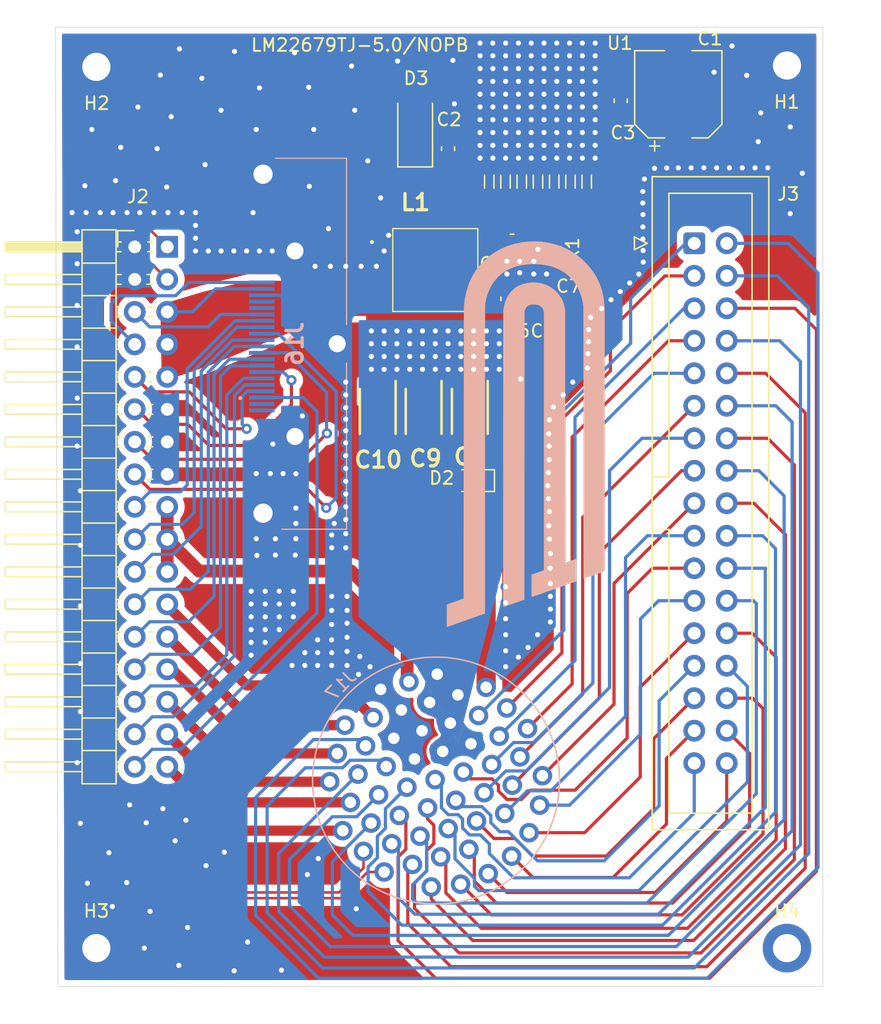
<source format=kicad_pcb>
(kicad_pcb (version 20211014) (generator pcbnew)
  (layers (0 "F.Cu" signal) (1 "In1.Cu" signal) (2 "In2.Cu" signal) (31 "B.Cu" signal) (34 "B.Paste" user) (35 "F.Paste" user) (36 "B.SilkS" user "B.Silkscreen") (37 "F.SilkS" user "F.Silkscreen") (38 "B.Mask" user) (39 "F.Mask" user) (44 "Edge.Cuts" user))
  (net 0 "")
  (net 1 "GND")
  (net 2 "+5V")
  (net 3 "/płytka pionowa/SWD1")
  (net 4 "/płytka pionowa/CLK1")
  (net 5 "/płytka pionowa/RST1")
  (net 6 "/płytka pionowa/SWD2")
  (net 7 "/płytka pionowa/CLK2")
  (net 8 "/płytka pionowa/RST2")
  (net 9 "/płytka pionowa/SWD3")
  (net 10 "/płytka pionowa/CLK3")
  (net 11 "/płytka pionowa/RST3")
  (net 12 "/płytka pionowa/RST5")
  (net 13 "/płytka pionowa/CLK5")
  (net 14 "/płytka pionowa/SWD5")
  (net 15 "/płytka pionowa/RST4")
  (net 16 "/płytka pionowa/CLK4")
  (net 17 "/płytka pionowa/SWD4")
  (net 18 "/płytka pionowa/Z13")
  (net 19 "/płytka pionowa/Z11")
  (net 20 "/płytka pionowa/Z9")
  (net 21 "/płytka pionowa/Z10")
  (net 22 "/płytka pionowa/Z12")
  (net 23 "/płytka pionowa/Z14")
  (net 24 "/płytka pionowa/+24F2")
  (net 25 "/płytka pionowa/CAN+")
  (net 26 "/płytka pionowa/CAN-")
  (net 27 "/płytka pionowa/PITOT2")
  (net 28 "/płytka pionowa/PITOT1")
  (net 29 "/płytka pionowa/S15")
  (net 30 "/płytka pionowa/S17")
  (net 31 "/płytka pionowa/S19")
  (net 32 "/płytka pionowa/S21")
  (net 33 "/płytka pionowa/S23")
  (net 34 "/płytka pionowa/S25")
  (net 35 "/płytka pionowa/S27")
  (net 36 "/płytka pionowa/K_ANALOG0")
  (net 37 "/płytka pionowa/K_OUTPUT0")
  (net 38 "/płytka pionowa/K_OUTPUT1")
  (net 39 "/płytka pionowa/K_OUTPUT2")
  (net 40 "/płytka pionowa/TIM_IN0")
  (net 41 "/płytka pionowa/TIM_IN1")
  (net 42 "/płytka pionowa/SIG_APPS2")
  (net 43 "/płytka pionowa/BSPD-CURRENT")
  (net 44 "/płytka pionowa/SAFE-IN")
  (net 45 "/płytka pionowa/SAFE-OUT")
  (net 46 "/płytka pionowa/BRAKE_PRESSURE1")
  (net 47 "/płytka pionowa/BRAKE_PRESSURE2")
  (net 48 "/płytka pionowa/POT_ZAWIAS_1")
  (net 49 "/płytka pionowa/POT_ZAWIAS2")
  (net 50 "/płytka pionowa/WHEELSPEED1")
  (net 51 "/płytka pionowa/WHEELSPEED2")
  (net 52 "/płytka pionowa/TEMP1")
  (net 53 "/płytka pionowa/KILL_KIERA")
  (net 54 "/płytka pionowa/KILL_PRAWY")
  (net 55 "/płytka pionowa/KILL_LEWY")
  (net 56 "/płytka pionowa/INERTIA")
  (net 57 "/płytka pionowa/OVERTRAVEL")
  (net 58 "/płytka pionowa/S36")
  (net 59 "/płytka pionowa/SIG_APPS1")
  (net 62 "/płytka pionowa/WOLNY")
  (net 64 "/+24F1")
  (net 65 "Net-(C4-Pad2)")
  (net 66 "Net-(C4-Pad1)")
  (net 67 "Net-(R1-Pad1)")
  (footprint "Capacitor_SMD:CP_Elec_6.3x5.8" (layer "F.Cu") (at 170.325 64.746119 90)
    (fp_text reference "C1")
    (fp_text value "22uF")
  )
  (footprint "Capacitor_SMD:C_0603_1608Metric" (layer "F.Cu") (at 152.325 68.996119 90)
    (fp_text reference "C2")
    (fp_text value "4.7uF")
  )
  (footprint "Capacitor_SMD:C_0603_1608Metric" (layer "F.Cu") (at 165.825 65.246119 90)
    (fp_text reference "C3")
    (fp_text value "1uF")
  )
  (footprint "Capacitor_SMD:C_0603_1608Metric" (layer "F.Cu") (at 157.325 76.196119)
    (fp_text reference "C4")
    (fp_text value "10nF")
  )
  (footprint "Capacitor_SMD:C_0603_1608Metric" (layer "F.Cu") (at 156.9666 80.731619 90)
    (fp_text reference "C6")
    (fp_text value "100nF")
  )
  (footprint "Capacitor_SMD:C_0603_1608Metric" (layer "F.Cu") (at 160.157 80.742319 90)
    (fp_text reference "C7")
    (fp_text value "100nF")
  )
  (footprint "Capacitor_SMD:C_0603_1608Metric" (layer "F.Cu") (at 158.575 80.746119 90)
    (fp_text reference "C8")
    (fp_text value "100nF")
  )
  (footprint "Diode_SMD:D_SOD-323" (layer "F.Cu") (at 154.45 94.946119 180)
    (fp_text reference "D2")
    (fp_text value "SD36_SOD323")
  )
  (footprint "Diode_SMD:D_SOD-128" (layer "F.Cu") (at 149.75 67.346119 90)
    (fp_text reference "D3")
    (fp_text value "Schottky 60V 5A")
  )
  (footprint "Connector_PinHeader_2.54mm:PinHeader_2x17_P2.54mm_Horizontal" (layer "F.Cu") (at 127.765 76.676119)
    (fp_text reference "J2")
    (fp_text value "piny kątowe")
  )
  (footprint "Connector_IDC:IDC-Header_2x17_P2.54mm_Vertical" (layer "F.Cu") (at 171.5725 76.396119)
    (fp_text reference "J3")
    (fp_text value "Taśma IDC góra")
  )
  (footprint "User_footprints:74439346068" (layer "F.Cu") (at 151.325 78.496119)
    (fp_text reference "L1")
    (fp_text value "6.8uH" hide)
  )
  (footprint "MountingHole:MountingHole_2.2mm_M2_DIN965_Pad" (layer "F.Cu") (at 124.825 62.606119)
    (fp_text reference "H2")
    (fp_text value "MountingHole_Pad")
  )
  (footprint "MountingHole:MountingHole_2.2mm_M2_DIN965_Pad" (layer "F.Cu") (at 178.825 62.496119)
    (fp_text reference "H1")
    (fp_text value "MountingHole_Pad")
  )
  (footprint "Resistor_SMD:R_0603_1608Metric" (layer "F.Cu") (at 160.625 76.896119 -90)
    (fp_text reference "R1")
    (fp_text value "9k")
  )
  (footprint "User_footprints:CAPPM3528X210N" (layer "F.Cu") (at 150.415 89.536119 -90)
    (fp_text reference "C9")
    (fp_text value "68uF" hide)
  )
  (footprint "User_footprints:CAPPM3528X210N" (layer "F.Cu") (at 154.025 89.536119 -90)
    (fp_text reference "C5")
    (fp_text value "68uF" hide)
  )
  (footprint "User_footprints:CAPPM3528X210N" (layer "F.Cu") (at 146.825 89.536119 -90)
    (fp_text reference "C10")
    (fp_text value "68uF" hide)
  )
  (footprint "MountingHole:MountingHole_2.2mm_M2_DIN965_Pad" (layer "F.Cu") (at 124.825 131.496119)
    (fp_text reference "H3")
    (fp_text value "MountingHole_Pad")
  )
  (footprint "User_footprints:LM22679TJ-5.0&slash_NOPB" (layer "F.Cu") (at 159.355 65.400719)
    (fp_text reference "U1")
    (fp_text value "LM22679TJ-5.0/NOPB")
  )
  (footprint "MountingHole:MountingHole_2.2mm_M2_DIN965_Pad" (layer "F.Cu") (at 178.825 131.496119)
    (fp_text reference "H4")
    (fp_text value "MountingHole_Pad")
  )
  (footprint "SamacSys_Parts:SS53000003" (layer "B.Cu") (at 141.125 84.246119 90)
    (fp_text reference "J16")
    (fp_text value "hdmi diagnostyka" hide)
  )
  (footprint "TE_konektor:TE-AUTOSPORT-16-36" (layer "B.Cu") (at 151.385 118.396119 -135)
    (fp_text reference "J17")
    (fp_text value "Złącze TE")
  )
  (footprint "User_footprints:PUTM_LOGO_35mm" (layer "B.Cu") (at 158.730872 92.239373 90)
    (fp_text reference "G***" hide)
    (fp_text value "LOGO" hide)
  )
  (gr_line (start 181.625 134.496119) (end 121.825 134.496119) (layer "Edge.Cuts") (width 0.05))
  (gr_line (start 181.625 59.496119) (end 181.625 134.496119) (layer "Edge.Cuts") (width 0.05))
  (gr_line (start 121.825 134.496119) (end 121.625 59.496119) (layer "Edge.Cuts") (width 0.05))
  (gr_line (start 121.625 59.496119) (end 181.625 59.496119) (layer "Edge.Cuts") (width 0.05))
  (segment (start 159.355 73.744619) (end 159.355 76.866119) (width 0.8) (layer "F.Cu") (net 1))
  (via (at 123.325 75.496119) (size 0.8) (drill 0.4) (layers "F.Cu" "B.Cu") (net 1))
  (via (at 159.825 66.736119) (size 0.8) (drill 0.4) (layers "F.Cu" "B.Cu") (net 1))
  (via (at 160.2 91.296119) (size 0.8) (drill 0.4) (layers "F.Cu" "B.Cu") (net 1))
  (via (at 167.55 73.246119) (size 0.8) (drill 0.4) (layers "F.Cu" "B.Cu") (net 1))
  (via (at 154.825 62.736119) (size 0.8) (drill 0.4) (layers "F.Cu" "B.Cu") (net 1))
  (via (at 159.825 65.736119) (size 0.8) (drill 0.4) (layers "F.Cu" "B.Cu") (net 1))
  (via (at 137.325 99.496119) (size 0.8) (drill 0.4) (layers "F.Cu" "B.Cu") (net 1))
  (via (at 123.575 112.996119) (size 0.8) (drill 0.4) (layers "F.Cu" "B.Cu") (net 1))
  (via (at 172.325 70.496119) (size 0.8) (drill 0.4) (layers "F.Cu" "B.Cu") (net 1))
  (via (at 161.825 66.736119) (size 0.8) (drill 0.4) (layers "F.Cu" "B.Cu") (net 1))
  (via (at 167.555 76.056119) (size 0.8) (drill 0.4) (layers "F.Cu" "B.Cu") (net 1))
  (via (at 127.425 120.296119) (size 0.8) (drill 0.4) (layers "F.Cu" "B.Cu") (net 1))
  (via (at 169.425 70.506119) (size 0.8) (drill 0.4) (layers "F.Cu" "B.Cu") (net 1))
  (via (at 158 87) (size 0.8) (drill 0.4) (layers "F.Cu" "B.Cu") (net 1))
  (via (at 128.075 65.746119) (size 0.8) (drill 0.4) (layers "F.Cu" "B.Cu") (net 1))
  (via (at 144.325 97.996119) (size 0.8) (drill 0.4) (layers "F.Cu" "B.Cu") (net 1))
  (via (at 139.3 133.221119) (size 0.8) (drill 0.4) (layers "F.Cu" "B.Cu") (net 1))
  (via (at 175.325 70.496119) (size 0.8) (drill 0.4) (layers "F.Cu" "B.Cu") (net 1))
  (via (at 158.825 63.736119) (size 0.8) (drill 0.4) (layers "F.Cu" "B.Cu") (net 1))
  (via (at 158.825 64.736119) (size 0.8) (drill 0.4) (layers "F.Cu" "B.Cu") (net 1))
  (via (at 159.825 69.736119) (size 0.8) (drill 0.4) (layers "F.Cu" "B.Cu") (net 1))
  (via (at 154.825 60.746119) (size 0.8) (drill 0.4) (layers "F.Cu" "B.Cu") (net 1))
  (via (at 160.825 61.736119) (size 0.8) (drill 0.4) (layers "F.Cu" "B.Cu") (net 1))
  (via (at 154.825 66.736119) (size 0.8) (drill 0.4) (layers "F.Cu" "B.Cu") (net 1))
  (via (at 125.805 124.036119) (size 0.8) (drill 0.4) (layers "F.Cu" "B.Cu") (net 1))
  (via (at 179.075 67.296119) (size 0.8) (drill 0.4) (layers "F.Cu" "B.Cu") (net 1))
  (via (at 158.825 66.736119) (size 0.8) (drill 0.4) (layers "F.Cu" "B.Cu") (net 1))
  (via (at 156.825 106.996119) (size 0.8) (drill 0.4) (layers "F.Cu" "B.Cu") (net 1))
  (via (at 126.125 73.996119) (size 0.8) (drill 0.4) (layers "F.Cu" "B.Cu") (net 1))
  (via (at 126.075 128.246119) (size 0.8) (drill 0.4) (layers "F.Cu" "B.Cu") (net 1))
  (via (at 167.565 74.156119) (size 0.8) (drill 0.4) (layers "F.Cu" "B.Cu") (net 1))
  (via (at 160.225 92.246119) (size 0.8) (drill 0.4) (layers "F.Cu" "B.Cu") (net 1))
  (via (at 158.825 69.736119) (size 0.8) (drill 0.4) (layers "F.Cu" "B.Cu") (net 1))
  (via (at 140.425 94.416119) (size 0.8) (drill 0.4) (layers "F.Cu" "B.Cu") (net 1))
  (via (at 138.575 76.996119) (size 0.8) (drill 0.4) (layers "F.Cu" "B.Cu") (net 1))
  (via (at 157.925 78.696119) (size 0.8) (drill 0.4) (layers "F.Cu" "B.Cu") (net 1))
  (via (at 163.825 63.736119) (size 0.8) (drill 0.4) (layers "F.Cu" "B.Cu") (net 1))
  (via (at 174.525 60.971119) (size 0.8) (drill 0.4) (layers "F.Cu" "B.Cu") (net 1))
  (via (at 160.325 105.996119) (size 0.8) (drill 0.4) (layers "F.Cu" "B.Cu") (net 1))
  (via (at 130.985 123.106119) (size 0.8) (drill 0.4) (layers "F.Cu" "B.Cu") (net 1))
  (via (at 155.825 64.736119) (size 0.8) (drill 0.4) (layers "F.Cu" "B.Cu") (net 1))
  (via (at 144.325 95.996119) (size 0.8) (drill 0.4) (layers "F.Cu" "B.Cu") (net 1))
  (via (at 143.225 106.196119) (size 0.8) (drill 0.4) (layers "F.Cu" "B.Cu") (net 1))
  (via (at 160.25 99.521119) (size 0.8) (drill 0.4) (layers "F.Cu" "B.Cu") (net 1))
  (via (at 160.325 104.996119) (size 0.8) (drill 0.4) (layers "F.Cu" "B.Cu") (net 1))
  (via (at 137.325 67.496119) (size 0.8) (drill 0.4) (layers "F.Cu" "B.Cu") (net 1))
  (via (at 157.825 65.736119) (size 0.8) (drill 0.4) (layers "F.Cu" "B.Cu") (net 1))
  (via (at 140.375 100.771119) (size 0.8) (drill 0.4) (layers "F.Cu" "B.Cu") (net 1))
  (via (at 165.785 80.166119) (size 0.8) (drill 0.4) (layers "F.Cu" "B.Cu") (net 1))
  (via (at 170.325 70.496119) (size 0.8) (drill 0.4) (layers "F.Cu" "B.Cu") (net 1))
  (via (at 123.575 99.996119) (size 0.8) (drill 0.4) (layers "F.Cu" "B.Cu") (net 1))
  (via (at 158.825 62.736119) (size 0.8) (drill 0.4) (layers "F.Cu" "B.Cu") (net 1))
  (via (at 142.975 75.246119) (size 0.8) (drill 0.4) (layers "F.Cu" "B.Cu") (net 1))
  (via (at 163.305 84.086119) (size 0.8) (drill 0.4) (layers "F.Cu" "B.Cu") (net 1))
  (via (at 140.425 97.096119) (size 0.8) (drill 0.4) (layers "F.Cu" "B.Cu") (net 1))
  (via (at 160.2 98.471119) (size 0.8) (drill 0.4) (layers "F.Cu" "B.Cu") (net 1))
  (via (at 163.825 68.736119) (size 0.8) (drill 0.4) (layers "F.Cu" "B.Cu") (net 1))
  (via (at 136.575 76.996119) (size 0.8) (drill 0.4) (layers "F.Cu" "B.Cu") (net 1))
  (via (at 140.225 105.596119) (size 0.8) (drill 0.4) (layers "F.Cu" "B.Cu") (net 1))
  (via (at 126.725 68.896119) (size 0.8) (drill 0.4) (layers "F.Cu" "B.Cu") (net 1))
  (via (at 162.825 67.736119) (size 0.8) (drill 0.4) (layers "F.Cu" "B.Cu") (net 1))
  (via (at 124.475 67.496119) (size 0.8) (drill 0.4) (layers "F.Cu" "B.Cu") (net 1))
  (via (at 144.325 92.996119) (size 0.8) (drill 0.4) (layers "F.Cu" "B.Cu") (net 1))
  (via (at 160.25 97.371119) (size 0.8) (drill 0.4) (layers "F.Cu" "B.Cu") (net 1))
  (via (at 160.3 101.796119) (size 0.8) (drill 0.4) (layers "F.Cu" "B.Cu") (net 1))
  (via (at 161.325 88.246119) (size 0.8) (drill 0.4) (layers "F.Cu" "B.Cu") (net 1))
  (via (at 123.325 92.246119) (size 0.8) (drill 0.4) (layers "F.Cu" "B.Cu") (net 1))
  (via (at 140.425 98.296119) (size 0.8) (drill 0.4) (layers "F.Cu" "B.Cu") (net 1))
  (via (at 171.325 70.496119) (size 0.8) (drill 0.4) (layers "F.Cu" "B.Cu") (net 1))
  (via (at 163.825 65.736119) (size 0.8) (drill 0.4) (layers "F.Cu" "B.Cu") (net 1))
  (via (at 161.825 63.736119) (size 0.8) (drill 0.4) (layers "F.Cu" "B.Cu") (net 1))
  (via (at 136.925 107.596119) (size 0.8) (drill 0.4) (layers "F.Cu" "B.Cu") (net 1))
  (via (at 173.325 70.496119) (size 0.8) (drill 0.4) (layers "F.Cu" "B.Cu") (net 1))
  (via (at 140.225 104.596119) (size 0.8) (drill 0.4) (layers "F.Cu" "B.Cu") (net 1))
  (via (at 167.575 76.956119) (size 0.8) (drill 0.4) (layers "F.Cu" "B.Cu") (net 1))
  (via (at 156.925 77.796119) (size 0.8) (drill 0.4) (layers "F.Cu" "B.Cu") (net 1))
  (via (at 138.025 106.596119) (size 0.8) (drill 0.4) (layers "F.Cu" "B.Cu") (net 1))
  (via (at 159.825 60.746119) (size 0.8) (drill 0.4) (layers "F.Cu" "B.Cu") (net 1))
  (via (at 144.325 96.996119) (size 0.8) (drill 0.4) (layers "F.Cu" "B.Cu") (net 1))
  (via (at 144.325 93.996119) (size 0.8) (drill 0.4) (layers "F.Cu" "B.Cu") (net 1))
  (via (at 174.325 70.496119) (size 0.8) (drill 0.4) (layers "F.Cu" "B.Cu") (net 1))
  (via (at 144.325 99.096119) (size 0.8) (drill 0.4) (layers "F.Cu" "B.Cu") (net 1))
  (via (at 166.525 79.496119) (size 0.8) (drill 0.4) (layers "F.Cu" "B.Cu") (net 1))
  (via (at 168.465 70.536119) (size 0.8) (drill 0.4) (layers "F.Cu" "B.Cu") (net 1))
  (via (at 159.825 61.736119) (size 0.8) (drill 0.4) (layers "F.Cu" "B.Cu") (net 1))
  (via (at 156.825 65.736119) (size 0.8) (drill 0.4) (layers "F.Cu" "B.Cu") (net 1))
  (via (at 158.825 60.746119) (size 0.8) (drill 0.4) (layers "F.Cu" "B.Cu") (net 1))
  (via (at 123.325 116.996119) (size 0.8) (drill 0.4) (layers "F.Cu" "B.Cu") (net 1))
  (via (at 143.225 100.196119) (size 0.8) (drill 0.4) (layers "F.Cu" "B.Cu") (net 1))
  (via (at 156.825 60.746119) (size 0.8) (drill 0.4) (layers "F.Cu" "B.Cu") (net 1))
  (via (at 136.925 103.596119) (size 0.8) (drill 0.4) (layers "F.Cu" "B.Cu") (net 1))
  (via (at 156.825 103.246119) (size 0.8) (drill 0.4) (layers "F.Cu" "B.Cu") (net 1))
  (via (at 141.125 108.396119) (size 0.8) (drill 0.4) (layers "F.Cu" "B.Cu") (net 1))
  (via (at 157.825 63.736119) (size 0.8) (drill 0.4) (layers "F.Cu" "B.Cu") (net 1))
  (via (at 160.125 95.346119) (size 0.8) (drill 0.4) (layers "F.Cu" "B.Cu") (net 1))
  (via (at 138.825 99.496119) (size 0.8) (drill 0.4) (layers "F.Cu" "B.Cu") (net 1))
  (via (at 144.325 91.996119) (size 0.8) (drill 0.4) (layers "F.Cu" "B.Cu") (net 1))
  (via (at 123.575 109.246119) (size 0.8) (drill 0.4) (layers "F.Cu" "B.Cu") (net 1))
  (via (at 143.225 108.396119) (size 0.8) (drill 0.4) (layers "F.Cu" "B.Cu") (net 1))
  (via (at 160.325 100.646119) (size 0.8) (drill 0.4) (layers "F.Cu" "B.Cu") (net 1))
  (via (at 123.325 81.246119) (size 0.8) (drill 0.4) (layers "F.Cu" "B.Cu") (net 1))
  (via (at 163.825 67.736119) (size 0.8) (drill 0.4) (layers "F.Cu" "B.Cu") (net 1))
  (via (at 128.575 131.496119) (size 0.8) (drill 0.4) (layers "F.Cu" "B.Cu") (net 1))
  (via (at 134.575 65.996119) (size 0.8) (drill 0.4) (layers "F.Cu" "B.Cu") (net 1))
  (via (at 162.825 60.746119) (size 0.8) (drill 0.4) (layers "F.Cu" "B.Cu") (net 1))
  (via (at 144.425 106.096119) (size 0.8) (drill 0.4) (layers "F.Cu" "B.Cu") (net 1))
  (via (at 157.825 108.746119) (size 0.8) (drill 0.4) (layers "F.Cu" "B.Cu") (net 1))
  (via (at 160.225 93.321119) (size 0.8) (drill 0.4) (layers "F.Cu" "B.Cu") (net 1))
  (via (at 160.825 66.736119) (size 0.8) (drill 0.4) (layers "F.Cu" "B.Cu") (net 1))
  (via (at 139.125 106.596119) (size 0.8) (drill 0.4) (layers "F.Cu" "B.Cu") (net 1))
  (via (at 173.125 63.021119) (size 0.8) (drill 0.4) (layers "F.Cu" "B.Cu") (net 1))
  (via (at 136.925 106.596119) (size 0.8) (drill 0.4) (layers "F.Cu" "B.Cu") (net 1))
  (via (at 163.825 64.736119) (size 0.8) (drill 0.4) (layers "F.Cu" "B.Cu") (net 1))
  (via (at 156.825 62.736119) (size 0.8) (drill 0.4) (layers "F.Cu" "B.Cu") (net 1))
  (via (at 163.825 62.736119) (size 0.8) (drill 0.4) (layers "F.Cu" "B.Cu") (net 1))
  (via (at 155.825 67.736119) (size 0.8) (drill 0.4) (layers "F.Cu" "B.Cu") (net 1))
  (via (at 124.025 73.996119) (size 0.8) (drill 0.4) (layers "F.Cu" "B.Cu") (net 1))
  (via (at 141.825 67.496119) (size 0.8) (drill 0.4) (layers "F.Cu" "B.Cu") (net 1))
  (via (at 142.175 124.496119) (size 0.8) (drill 0.4) (layers "F.Cu" "B.Cu") (net 1))
  (via (at 138.825 100.771119) (size 0.8) (drill 0.4) (layers "F.Cu" "B.Cu") (net 1))
  (via (at 155.825 66.736119) (size 0.8) (drill 0.4) (layers "F.Cu" "B.Cu") (net 1))
  (via (at 132.575 73.996119) (size 0.8) (drill 0.4) (layers "F.Cu" "B.Cu") (net 1))
  (via (at 140.325 61.496119) (size 0.8) (drill 0.4) (layers "F.Cu" "B.Cu") (net 1))
  (via (at 137.075 73.996119) (size 0.8) (drill 0.4) (layers "F.Cu" "B.Cu") (net 1))
  (via (at 162.825 69.736119) (size 0.8) (drill 0.4) (layers "F.Cu" "B.Cu") (net 1))
  (via (at 122.925 73.996119) (size 0.8) (drill 0.4) (layers "F.Cu" "B.Cu") (net 1))
  (via (at 123.925 71.896119) (size 0.8) (drill 0.4) (layers "F.Cu" "B.Cu") (net 1))
  (via (at 154.825 69.736119) (size 0.8) (drill 0.4) (layers "F.Cu" "B.Cu") (net 1))
  (via (at 138.625 92.096119) (size 0.8) (drill 0.4) (layers "F.Cu" "B.Cu") (net 1))
  (via (at 157.825 60.746119) (size 0.8) (drill 0.4) (layers "F.Cu" "B.Cu") (net 1))
  (via (at 156.825 67.736119) (size 0.8) (drill 0.4) (layers "F.Cu" "B.Cu") (net 1))
  (via (at 160.175 94.321119) (size 0.8) (drill 0.4) (layers "F.Cu" "B.Cu") (net 1))
  (via (at 160.825 63.736119) (size 0.8) (drill 0.4) (layers "F.Cu" "B.Cu") (net 1))
  (via (at 159.355 76.866119) (size 0.8) (drill 0.4) (layers "F.Cu" "B.Cu") (net 1))
  (via (at 160.825 64.736119) (size 0.8) (drill 0.4) (layers "F.Cu" "B.Cu") (net 1))
  (via (at 141.925 78.196119) (size 0.8) (drill 0.4) (layers "F.Cu" "B.Cu") (net 1))
  (via (at 162.825 62.736119) (size 0.8) (drill 0.4) (layers "F.Cu" "B.Cu") (net 1))
  (via (at 143.425 98.296119) (size 0.8) (drill 0.4) (layers "F.Cu" "B.Cu") (net 1))
  (via (at 156.825 63.736119) (size 0.8) (drill 0.4) (layers "F.Cu" "B.Cu") (net 1))
  (via (at 144.325 94.996119) (size 0.8) (drill 0.4) (layers "F.Cu" "B.Cu") (net 1))
  (via (at 163.825 66.736119) (size 0.8) (drill 0.4) (layers "F.Cu" "B.Cu") (net 1))
  (via (at 147.675 75.771119) (size 0.8) (drill 0.4) (layers "F.Cu" "B.Cu") (net 1))
  (via (at 133.4 125.046119) (size 0.8) (drill 0.4) (layers "F.Cu" "B.Cu") (net 1))
  (via (at 162.825 64.736119) (size 0.8) (drill 0.4) (layers "F.Cu" "B.Cu") (net 1))
  (via (at 155.825 65.736119) (size 0.8) (drill 0.4) (layers "F.Cu" "B.Cu") (net 1))
  (via (at 141.425 64.196119) (size 0.8) (drill 0.4) (layers "F.Cu" "B.Cu") (net 1))
  (via (at 144.775 62.546119) (size 0.8) (drill 0.4) (layers "F.Cu" "B.Cu") (net 1))
  (via (at 162.825 65.736119) (size 0.8) (drill 0.4) (layers "F.Cu" "B.Cu") (net 1))
  (via (at 123.575 104.746119) (size 0.8) (drill 0.4) (layers "F.Cu" "B.Cu") (net 1))
  (via (at 143.225 99.196119) (size 0.8) (drill 0.4) (layers "F.Cu" "B.Cu") (net 1))
  (via (at 147.05 72.846119) (size 0.8) (drill 0.4) (layers "F.Cu" "B.Cu") (net 1))
  (via (at 157.825 66.736119) (size 0.8) (drill 0.4) (layers "F.Cu" "B.Cu") (net 1))
  (via (at 144.325 78.196119) (size 0.8) (drill 0.4) (layers "F.Cu" "B.Cu") (net 1))
  (via (at 163.475 82.186119) (size 0.8) (drill 0.4) (layers "F.Cu" "B.Cu") (net 1))
  (via (at 160.825 67.736119) (size 0.8) (drill 0.4) (layers "F.Cu" "B.Cu") (net 1))
  (via (at 134.575 76.996119) (size 0.8) (drill 0.4) (layers "F.Cu" "B.Cu") (net 1))
  (via (at 144.325 89.246119) (size 0.8) (drill 0.4) (layers "F.Cu" "B.Cu") (net 1))
  (via (at 143.225 107.396119) (size 0.8) (drill 0.4) (layers "F.Cu" "B.Cu") (net 1))
  (via (at 154.825 67.736119) (size 0.8) (drill 0.4) (layers "F.Cu" "B.Cu") (net 1))
  (via (at 158.825 61.736119) (size 0.8) (drill 0.4) (layers "F.Cu" "B.Cu") (net 1))
  (via (at 161.825 60.746119) (size 0.8) (drill 0.4) (layers "F.Cu" "B.Cu") (net 1))
  (via (at 161.825 67.736119) (size 0.8) (drill 0.4) (layers "F.Cu" "B.Cu") (net 1))
  (via (at 143.225 105.096119) (size 0.8) (drill 0.4) (layers "F.Cu" "B.Cu") (net 1))
  (via (at 162.825 66.736119) (size 0.8) (drill 0.4) (layers "F.Cu" "B.Cu") (net 1))
  (via (at 127.2 126.371119) (size 0.8) (drill 0.4) (layers "F.Cu" "B.Cu") (net 1))
  (via (at 164.325 81.496119) (size 0.8) (drill 0.4) (layers "F.Cu" "B.Cu") (net 1))
  (via (at 157.825 61.736119) (size 0.8) (drill 0.4) (layers "F.Cu" "B.Cu") (net 1))
  (via (at 143.225 103.996119) (size 0.8) (drill 0.4) (layers "F.Cu" "B.Cu") (net 1))
  (via (at 167.235 78.806119) (size 0.8) (drill 0.4) (layers "F.Cu" "B.Cu") (net 1))
  (via (at 142.125 108.396119) (size 0.8) (drill 0.4) (layers "F.Cu" "B.Cu") (net 1))
  (via (at 161.825 69.736119) (size 0.8) (drill 0.4) (layers "F.Cu" "B.Cu") (net 1))
  (via (at 160.25 90.196119) (size 0.8) (drill 0.4) (layers "F.Cu" "B.Cu") (net 1))
  (via (at 130.425 73.996119) (size 0.8) (drill 0.4) (layers "F.Cu" "B.Cu") (net 1))
  (via (at 155.825 63.736119) (size 0.8) (drill 0.4) (layers "F.Cu" "B.Cu") (net 1))
  (via (at 133.575 76.996119) (size 0.8) (drill 0.4) (layers "F.Cu" "B.Cu") (net 1))
  (via (at 139.125 103.596119) (size 0.8) (drill 0.4) (layers "F.Cu" "B.Cu") (net 1))
  (via (at 124.125 126.421119) (size 0.8) (drill 0.4) (layers "F.Cu" "B.Cu") (net 1))
  (via (at 127.225 73.996119) (size 0.8) (drill 0.4) (layers "F.Cu" "B.Cu") (net 1))
  (via (at 152.7 62.096119) (size 0.8) (drill 0.4) (layers "F.Cu" "B.Cu") (net 1))
  (via (at 138.025 107.596119) (size 0.8) (drill 0.4) (layers "F.Cu" "B.Cu") (net 1))
  (via (at 156.825 66.736119) (size 0.8) (drill 0.4) (layers "F.Cu" "B.Cu") (net 1))
  (via (at 160.55 89.196119) (size 0.8) (drill 0.4) (layers "F.Cu" "B.Cu") (net 1))
  (via (at 167.555 75.116119) (size 0.8) (drill 0.4) (layers "F.Cu" "B.Cu") (net 1))
  (via (at 175.675 63.271119) (size 0.8) (drill 0.4) (layers "F.Cu" "B.Cu") (net 1))
  (via (at 126.325 71.496119) (size 0.8) (drill 0.4) (layers "F.Cu" "B.Cu") (net 1))
  (via (at 131.525 73.996119) (size 0.8) (drill 0.4) (layers "F.Cu" "B.Cu") (net 1))
  (via (at 144.325 87.246119) (size 0.8) (drill 0.4) (layers "F.Cu" "B.Cu") (net 1))
  (via (at 180.025 70.921119) (size 0.8) (drill 0.4) (layers "F.Cu" "B.Cu") (net 1))
  (via (at 157.825 68.736119) (size 0.8) (drill 0.4) (layers "F.Cu" "B.Cu") (net 1))
  (via (at 156.825 69.736119) (size 0.8) (drill 0.4) (layers "F.Cu" "B.Cu") (net 1))
  (via (at 144.325 100.196119) (size 0.8) (drill 0.4) (layers "F.Cu" "B.Cu") (net 1))
  (via (at 160.825 69.736119) (size 0.8) (drill 0.4) (layers "F.Cu" "B.Cu") (net 1))
  (via (at 135.6 133.271119) (size 0.8) (drill 0.4) (layers "F.Cu" "B.Cu") (net 1))
  (via (at 163.215 86.146119) (size 0.8) (drill 0.4) (layers "F.Cu" "B.Cu") (net 1))
  (via (at 136.925 104.596119) (size 0.8) (drill 0.4) (layers "F.Cu" "B.Cu") (net 1))
  (via (at 146.225 109.496119) (size 0.8) (drill 0.4) (layers "F.Cu" "B.Cu") (net 1))
  (via (at 131.275 132.846119) (size 0.8) (drill 0.4) (layers "F.Cu" "B.Cu") (net 1))
  (via (at 144.425 109.396119) (size 0.8) (drill 0.4) (layers "F.Cu" "B.Cu") (net 1))
  (via (at 159.825 64.736119) (size 0.8) (drill 0.4) (layers "F.Cu" "B.Cu") (net 1))
  (via (at 129.025 128.621119) (size 0.8) (drill 0.4) (layers "F.Cu" "B.Cu") (net 1))
  (via (at 141.475 71.946119) (size 0.8) (drill 0.4) (layers "F.Cu" "B.Cu") (net 1))
  (via (at 137.575 64.246119) (size 0.8) (drill 0.4) (layers "F.Cu" "B.Cu") (net 1))
  (via (at 163.825 69.736119) (size 0.8) (drill 0.4) (layers "F.Cu" "B.Cu") (net 1))
  (via (at 129.825 63.246119) (size 0.8) (drill 0.4) (layers "F.Cu" "B.Cu") (net 1))
  (via (at 135.575 76.996119) (size 0.8) (drill 0.4) (layers "F.Cu" "B.Cu") (net 1))
  (via (at 160.325 103.996119) (size 0.8) (drill 0.4) (layers "F.Cu" "B.Cu") (net 1))
  (via (at 157.825 67.736119) (size 0.8) (drill 0.4) (layers "F.Cu" "B.Cu") (net 1))
  (via (at 142.125 109.396119) (size 0.8) (drill 0.4) (layers "F.Cu" "B.Cu") (net 1))
  (via (at 123.575 121.746119) (size 0.8) (drill 0.4) (layers "F.Cu" "B.Cu") (net 1))
  (via (at 144.425 105.096119) (size 0.8) (drill 0.4) (layers "F.Cu" "B.Cu") (net 1))
  (via (at 123.575 95.746119) (size 0.8) (drill 0.4) (layers "F.Cu" "B.Cu") (net 1))
  (via (at 137.375 100.796119) (size 0.8) (drill 0.4) (layers "F.Cu" "B.Cu") (net 1))
  (via (at 167.585 77.866119) (size 0.8) (drill 0.4) (layers "F.Cu" "B.Cu") (net 1))
  (via (at 160.825 62.736119) (size 0.8) (drill 0.4) (layers "F.Cu" "B.Cu") (net 1))
  (via (at 160.025 78.796119) (size 0.8) (drill 0.4) (layers "F.Cu" "B.Cu") (net 1))
  (via (at 140.425 99.496119) (size 0.8) (drill 0.4) (layers "F.Cu" "B.Cu") (net 1))
  (via (at 133.325 70.246119) (size 0.8) (drill 0.4) (layers "F.Cu" "B.Cu") (net 1))
  (via (at 163.315 83.146119) (size 0.8) (drill 0.4) (layers "F.Cu" "B.Cu") (net 1))
  (via (at 159.825 68.736119) (size 0.8) (drill 0.4) (layers "F.Cu" "B.Cu") (net 1))
  (via (at 123.325 88.496119) (size 0.8) (drill 0.4) (layers "F.Cu" "B.Cu") (net 1))
  (via (at 128.725 121.696119) (size 0.8) (drill 0.4) (layers "F.Cu" "B.Cu") (net 1))
  (via (at 154.825 64.736119) (size 0.8) (drill 0.4) (layers "F.Cu" "B.Cu") (net 1))
  (via (at 176.575 68.446119) (size 0.8) (drill 0.4) (layers "F.Cu" "B.Cu") (net 1))
  (via (at 138.025 105.596119) (size 0.8) (drill 0.4) (layers "F.Cu" "B.Cu") (net 1))
  (via (at 156.825 64.736119) (size 0.8) (drill 0.4) (layers "F.Cu" "B.Cu") (net 1))
  (via (at 159.825 67.736119) (size 0.8) (drill 0.4) (layers "F.Cu" "B.Cu") (net 1))
  (via (at 136.925 108.596119) (size 0.8) (drill 0.4) (layers "F.Cu" "B.Cu") (net 1))
  (via (at 144.325 90.146119) (size 0.8) (drill 0.4) (layers "F.Cu" "B.Cu") (net 1))
  (via (at 159.825 62.736119) (size 0.8) (drill 0.4) (layers "F.Cu" "B.Cu") (net 1))
  (via (at 128.225 73.996119) (size 0.8) (drill 0.4) (layers "F.Cu" "B.Cu") (net 1))
  (via (at 167.55 72.346119) (size 0.8) (drill 0.4) (layers "F.Cu" "B.Cu") (net 1))
  (via (at 161.825 65.736119) (size 0.8) (drill 0.4) (layers "F.Cu" "B.Cu") (net 1))
  (via (at 161.825 62.736119) (size 0.8) (drill 0.4) (layers "F.Cu" "B.Cu") (net 1))
  (via (at 162.825 63.736119) (size 0.8) (drill 0.4) (layers "F.Cu" "B.Cu") (net 1))
  (via (at 176.325 70.496119) (size 0.8) (drill 0.4) (layers "F.Cu" "B.Cu") (net 1))
  (via (at 144.425 107.196119) (size 0.8) (drill 0.4) (layers "F.Cu" "B.Cu") (net 1))
  (via (at 147.325 76.996119) (size 0.8) (drill 0.4) (layers "F.Cu" "B.Cu") (net 1))
  (via (at 156.825 68.736119) (size 0.8) (drill 0.4) (layers "F.Cu" "B.Cu") (net 1))
  (via (at 160.175 96.371119) (size 0.8) (drill 0.4) (layers "F.Cu" "B.Cu") (net 1))
  (via (at 161.825 61.736119) (size 0.8) (drill 0.4) (layers "F.Cu" "B.Cu") (net 1))
  (via (at 160.825 68.736119) (size 0.8) (drill 0.4) (layers "F.Cu" "B.Cu") (net 1))
  (via (at 158.575 107.996119) (size 0.8) (drill 0.4) (layers "F.Cu" "B.Cu") (net 1))
  (via (at 139.125 105.596119) (size 0.8) (drill 0.4) (layers "F.Cu" "B.Cu") (net 1))
  (via (at 135.625 61.396119) (size 0.8) (drill 0.4) (layers "F.Cu" "B.Cu") (net 1))
  (via (at 130.325 71.996119) (size 0.8) (drill 0.4) (layers "F.Cu" "B.Cu") (net 1))
  (via (at 145.025 65.996119) (size 0.8) (drill 0.4) (layers "F.Cu" "B.Cu") (net 1))
  (via (at 167.675 71.371119) (size 0.8) (drill 0.4) (layers "F.Cu" "B.Cu") (net 1))
  (via (at 163.825 61.736119) (size 0.8) (drill 0.4) (layers "F.Cu" "B.Cu") (net 1))
  (via (at 160.325 102.996119) (size 0.8) (drill 0.4) (layers "F.Cu" "B.Cu") (net 1))
  (via (at 156.825 104.496119) (size 0.8) (drill 0.4) (layers "F.Cu" "B.Cu") (net 1))
  (via (at 163.265 85.026119) (size 0.8) (drill 0.4) (layers "F.Cu" "B.Cu") (net 1))
  (via (at 129.575 68.996119) (size 0.8) (drill 0.4) (layers "F.Cu" "B.Cu") (net 1))
  (via (at 145.525 78.196119) (size 0.8) (drill 0.4) (layers "F.Cu" "B.Cu") (net 1))
  (via (at 157.925 77.796119) (size 0.8) (drill 0.4) (layers "F.Cu" "B.Cu") (net 1))
  (via (at 138.025 104.596119) (size 0.8) (drill 0.4) (layers "F.Cu" "B.Cu") (net 1))
  (via (at 159.025 78.796119) (size 0.8) (drill 0.4) (layers "F.Cu" "B.Cu") (net 1))
  (via (at 130.675 66.496119) (size 0.8) (drill 0.4) (layers "F.Cu" "B.Cu") (net 1))
  (via (at 143.225 109.396119) (size 0.8) (drill 0.4) (layers "F.Cu" "B.Cu") (net 1))
  (via (at 136.925 105.596119) (size 0.8) (drill 0.4) (layers "F.Cu" "B.Cu") (net 1))
  (via (at 145.15 128.421119) (size 0.8) (drill 0.4) (layers "F.Cu" "B.Cu") (net 1))
  (via (at 145.425 108.696119) (size 0.8) (drill 0.4) (layers "F.Cu" "B.Cu") (net 1))
  (via (at 132.575 76.996119) (size 0.8) (drill 0.4) (layers "F.Cu" "B.Cu") (net 1))
  (via (at 159.325 106.996119) (size 0.8) (drill 0.4) (layers "F.Cu" "B.Cu") (net 1))
  (via (at 157.825 69.736119) (size 0.8) (drill 0.4) (layers "F.Cu" "B.Cu") (net 1))
  (via (at 139.425 94.396119) (size 0.8) (drill 0.4) (layers "F.Cu" "B.Cu") (net 1))
  (via (at 155.825 60.746119) (size 0.8) (drill 0.4) (layers "F.Cu" "B.Cu") (net 1))
  (via (at 145.325 110.096119) (size 0.8) (drill 0.4) (layers "F.Cu" "B.Cu") (net 1))
  (via (at 159.025 77.796119) (size 0.8) (drill 0.4) (layers "F.Cu" "B.Cu") (net 1))
  (via (at 162.825 61.736119) (size 0.8) (drill 0.4) (layers "F.Cu" "B.Cu") (net 1))
  (via (at 146.725 78.196119) (size 0.8) (drill 0.4) (layers "F.Cu" "B.Cu") (net 1))
  (via (at 155.825 69.736119) (size 0.8) (drill 0.4) (layers "F.Cu" "B.Cu") (net 1))
  (via (at 154.825 61.736119) (size 0.8) (drill 0.4) (layers "F.Cu" "B.Cu") (net 1))
  (via (at 163.825 60.746119) (size 0.8) (drill 0.4) (layers "F.Cu" "B.Cu") (net 1))
  (via (at 137.325 94.396119) (size 0.8) (drill 0.4) (layers "F.Cu" "B.Cu") (net 1))
  (via (at 177.325 70.496119) (size 0.8) (drill 0.4) (layers "F.Cu" "B.Cu") (net 1))
  (via (at 161.825 64.736119) (size 0.8) (drill 0.4) (layers "F.Cu" "B.Cu") (net 1))
  (via (at 159.825 63.736119) (size 0.8) (drill 0.4) (layers "F.Cu" "B.Cu") (net 1))
  (via (at 165.065 80.806119) (size 0.8) (drill 0.4) (layers "F.Cu" "B.Cu") (net 1))
  (via (at 179.075 74.071119) (size 0.8) (drill 0.4) (layers "F.Cu" "B.Cu") (net 1))
  (via (at 156.825 105.746119) (size 0.8) (drill 0.4) (layers "F.Cu" "B.Cu") (net 1))
  (via (at 155.825 61.736119) (size 0.8) (drill 0.4) (layers "F.Cu" "B.Cu") (net 1))
  (via (at 154.825 65.736119) (size 0.8) (drill 0.4) (layers "F.Cu" "B.Cu") (net 1))
  (via (at 146.05 69.946119) (size 0.8) (drill 0.4) (layers "F.Cu" "B.Cu") (net 1))
  (via (at 160.825 65.736119) (size 0.8) (drill 0.4) (layers "F.Cu" "B.Cu") (net 1))
  (via (at 140.925 89.896119) (size 0.8) (drill 0.4) (layers "F.Cu" "B.Cu") (net 1))
  (via (at 138.425 94.396119) (size 0.8) (drill 0.4) (layers "F.Cu" "B.Cu") (net 1))
  (via (at 123.325 84.496119) (size 0.8) (drill 0.4) (layers "F.Cu" "B.Cu") (net 1))
  (via (at 162.075 87.246119) (size 0.8) (drill 0.4) (layers "F.Cu" "B.Cu") (net 1))
  (via (at 156.925 78.796119) (size 0.8) (drill 0.4) (layers "F.Cu" "B.Cu") (net 1))
  (via (at 144.425 103.996119) (size 0.8) (drill 0.4) (layers "F.Cu" "B.Cu") (net 1))
  (via (at 131.825 121.496119) (size 0.8) (drill 0.4) (layers "F.Cu" "B.Cu") (net 1))
  (via (at 125.125 73.996119) (size 0.8) (drill 0.4) (layers "F.Cu" "B.Cu") (net 1))
  (via (at 132.575 74.996119) (size 0.8) (drill 0.4) (layers "F.Cu" "B.Cu") (net 1))
  (via (at 144.325 91.046119) (size 0.8) (drill 0.4) (layers "F.Cu" "B.Cu") (net 1))
  (via (at 156.825 61.736119) (size 0.8) (drill 0.4) (layers "F.Cu" "B.Cu") (net 1))
  (via (at 138.025 103.596119) (size 0.8) (drill 0.4) (layers "F.Cu" "B.Cu") (net 1))
  (via (at 133.075 63.496119) (size 0.8) (drill 0.4) (layers "F.Cu" "B.Cu") (net 1))
  (via (at 137.575 76.996119) (size 0.8) (drill 0.4) (layers "F.Cu" "B.Cu") (net 1))
  (via (at 160.825 60.746119) (size 0.8) (drill 0.4) (layers "F.Cu" "B.Cu") (net 1))
  (via (at 156.825 108.246119) (size 0.8) (drill 0.4) (layers "F.Cu" "B.Cu") (net 1))
  (via (at 158.825 67.736119) (size 0.8) (drill 0.4) (layers "F.Cu" "B.Cu") (net 1))
  (via (at 152.825 65.496119) (size 0.8) (drill 0.4) (layers "F.Cu" "B.Cu") (net 1))
  (via (at 155.825 62.736119) (size 0.8) (drill 0.4) (layers "F.Cu" "B.Cu") (net 1))
  (via (at 154.825 68.736119) (size 0.8) (drill 0.4) (layers "F.Cu" "B.Cu") (net 1))
  (via (at 143.125 78.196119) (size 0.8) (drill 0.4) (layers "F.Cu" "B.Cu") (net 1))
  (via (at 140.225 103.596119) (size 0.8) (drill 0.4) (layers "F.Cu" "B.Cu") (net 1))
  (via (at 134.825 123.996119) (size 0.8) (drill 0.4) (layers "F.Cu" "B.Cu") (net 1))
  (via (at 130.025 120.596119) (size 0.8) (drill 0.4) (layers "F.Cu" "B.Cu") (net 1))
  (via (at 132.575 75.996119) (size 0.8) (drill 0.4) (layers "F.Cu" "B.Cu") (net 1))
  (via (at 176.775 66.196119) (size 0.8) (drill 0.4) (layers "F.Cu" "B.Cu") (net 1))
  (via (at 154.825 63.736119) (size 0.8) (drill 0.4) (layers "F.Cu" "B.Cu") (net 1))
  (via (at 161.825 68.736119) (size 0.8) (drill 0.4) (layers "F.Cu" "B.Cu") (net 1))
  (via (at 157.825 62.736119) (size 0.8) (drill 0.4) (layers "F.Cu" "B.Cu") (net 1))
  (via (at 136.65 131.021119) (size 0.8) (drill 0.4) (layers "F.Cu" "B.Cu") (net 1))
  (via (at 148.375 62.146119) (size 0.8) (drill 0.4) (layers "F.Cu" "B.Cu") (net 1))
  (via (at 140.125 109.396119) (size 0.8) (drill 0.4) (layers "F.Cu" "B.Cu") (net 1))
  (via (at 131.955 129.886119) (size 0.8) (drill 0.4) (layers "F.Cu" "B.Cu") (net 1))
  (via (at 144.325 88.246119) (size 0.8) (drill 0.4) (layers "F.Cu" "B.Cu") (net 1))
  (via (at 131.325 61.196119) (size 0.8) (drill 0.4) (layers "F.Cu" "B.Cu") (net 1))
  (via (at 139.125 104.596119) (size 0.8) (drill 0.4) (layers "F.Cu" "B.Cu") (net 1))
  (via (at 123.325 77.996119) (size 0.8) (drill 0.4) (layers "F.Cu" "B.Cu") (net 1))
  (via (at 141.125 109.396119) (size 0.8) (drill 0.4) (layers "F.Cu" "B.Cu") (net 1))
  (via (at 158.825 68.736119) (size 0.8) (drill 0.4) (layers "F.Cu" "B.Cu") (net 1))
  (via (at 141.325 125.746119) (size 0.8) (drill 0.4) (layers "F.Cu" "B.Cu") (net 1))
  (via (at 144.425 108.296119) (size 0.8) (drill 0.4) (layers "F.Cu" "B.Cu") (net 1))
  (via (at 155.825 68.736119) (size 0.8) (drill 0.4) (layers "F.Cu" "B.Cu") (net 1))
  (via (at 142.125 107.396119) (size 0.8) (drill 0.4) (layers "F.Cu" "B.Cu") (net 1))
  (via (at 162.825 68.736119) (size 0.8) (drill 0.4) (layers "F.Cu" "B.Cu") (net 1))
  (via (at 129.325 73.996119) (size 0.8) (drill 0.4) (layers "F.Cu" "B.Cu") (net 1))
  (via (at 157.825 64.736119) (size 0.8) (drill 0.4) (layers "F.Cu" "B.Cu") (net 1))
  (via (at 156.825 109.496119) (size 0.8) (drill 0.4) (layers "F.Cu" "B.Cu") (net 1))
  (via (at 158.825 65.736119) (size 0.8) (drill 0.4) (layers "F.Cu" "B.Cu") (net 1))
  (segment (start 139.865 80.456119) (end 143.655 84.246119) (width 0.25) (layer "B.Cu") (net 1))
  (segment (start 137.755 80.456119) (end 139.865 80.456119) (width 0.25) (layer "B.Cu") (net 1))
  (segment (start 137.855 97.496119) (end 138.405 98.046119) (width 0.8) (layer "B.Cu") (net 1))
  (segment (start 161.895 79.779319) (end 160.157 81.517319) (width 0.25) (layer "F.Cu") (net 2))
  (segment (start 161.895 73.744619) (end 161.895 79.779319) (width 0.25) (layer "F.Cu") (net 2))
  (via (at 154.325 83.246119) (size 0.8) (drill 0.4) (layers "F.Cu" "B.Cu") (net 2))
  (via (at 152.325 86.246119) (size 0.8) (drill 0.4) (layers "F.Cu" "B.Cu") (net 2))
  (via (at 151.325 83.246119) (size 0.8) (drill 0.4) (layers "F.Cu" "B.Cu") (net 2))
  (via (at 153.325 83.246119) (size 0.8) (drill 0.4) (layers "F.Cu" "B.Cu") (net 2))
  (via (at 152.325 85.246119) (size 0.8) (drill 0.4) (layers "F.Cu" "B.Cu") (net 2))
  (via (at 151.325 86.246119) (size 0.8) (drill 0.4) (layers "F.Cu" "B.Cu") (net 2))
  (via (at 155.325 85.246119) (size 0.8) (drill 0.4) (layers "F.Cu" "B.Cu") (net 2))
  (via (at 156.325 85.246119) (size 0.8) (drill 0.4) (layers "F.Cu" "B.Cu") (net 2))
  (via (at 151.325 84.246119) (size 0.8) (drill 0.4) (layers "F.Cu" "B.Cu") (net 2))
  (via (at 155.325 84.246119) (size 0.8) (drill 0.4) (layers "F.Cu" "B.Cu") (net 2))
  (via (at 156.325 84.246119) (size 0.8) (drill 0.4) (layers "F.Cu" "B.Cu") (net 2))
  (via (at 148.325 85.246119) (size 0.8) (drill 0.4) (layers "F.Cu" "B.Cu") (net 2))
  (via (at 146.325 86.246119) (size 0.8) (drill 0.4) (layers "F.Cu" "B.Cu") (net 2))
  (via (at 147.325 83.246119) (size 0.8) (drill 0.4) (layers "F.Cu" "B.Cu") (net 2))
  (via (at 150.325 83.246119) (size 0.8) (drill 0.4) (layers "F.Cu" "B.Cu") (net 2))
  (via (at 153.325 86.246119) (size 0.8) (drill 0.4) (layers "F.Cu" "B.Cu") (net 2))
  (via (at 150.325 85.246119) (size 0.8) (drill 0.4) (layers "F.Cu" "B.Cu") (net 2))
  (via (at 156.325 83.246119) (size 0.8) (drill 0.4) (layers "F.Cu" "B.Cu") (net 2))
  (via (at 147.325 84.246119) (size 0.8) (drill 0.4) (layers "F.Cu" "B.Cu") (net 2))
  (via (at 155.325 83.246119) (size 0.8) (drill 0.4) (layers "F.Cu" "B.Cu") (net 2))
  (via (at 152.325 83.246119) (size 0.8) (drill 0.4) (layers "F.Cu" "B.Cu") (net 2))
  (via (at 147.325 85.246119) (size 0.8) (drill 0.4) (layers "F.Cu" "B.Cu") (net 2))
  (via (at 150.325 84.246119) (size 0.8) (drill 0.4) (layers "F.Cu" "B.Cu") (net 2))
  (via (at 146.325 83.246119) (size 0.8) (drill 0.4) (layers "F.Cu" "B.Cu") (net 2))
  (via (at 148.325 84.246119) (size 0.8) (drill 0.4) (layers "F.Cu" "B.Cu") (net 2))
  (via (at 148.325 86.246119) (size 0.8) (drill 0.4) (layers "F.Cu" "B.Cu") (net 2))
  (via (at 146.325 84.246119) (size 0.8) (drill 0.4) (layers "F.Cu" "B.Cu") (net 2))
  (via (at 149.325 85.246119) (size 0.8) (drill 0.4) (layers "F.Cu" "B.Cu") (net 2))
  (via (at 150.325 86.246119) (size 0.8) (drill 0.4) (layers "F.Cu" "B.Cu") (net 2))
  (via (at 155.325 86.246119) (size 0.8) (drill 0.4) (layers "F.Cu" "B.Cu") (net 2))
  (via (at 149.325 84.246119) (size 0.8) (drill 0.4) (layers "F.Cu" "B.Cu") (net 2))
  (via (at 154.325 85.246119) (size 0.8) (drill 0.4) (layers "F.Cu" "B.Cu") (net 2))
  (via (at 152.325 84.246119) (size 0.8) (drill 0.4) (layers "F.Cu" "B.Cu") (net 2))
  (via (at 149.325 86.246119) (size 0.8) (drill 0.4) (layers "F.Cu" "B.Cu") (net 2))
  (via (at 153.325 85.246119) (size 0.8) (drill 0.4) (layers "F.Cu" "B.Cu") (net 2))
  (via (at 151.325 85.246119) (size 0.8) (drill 0.4) (layers "F.Cu" "B.Cu") (net 2))
  (via (at 156.325 86.246119) (size 0.8) (drill 0.4) (layers "F.Cu" "B.Cu") (net 2))
  (via (at 154.325 84.246119) (size 0.8) (drill 0.4) (layers "F.Cu" "B.Cu") (net 2))
  (via (at 153.325 84.246119) (size 0.8) (drill 0.4) (layers "F.Cu" "B.Cu") (net 2))
  (via (at 148.325 83.246119) (size 0.8) (drill 0.4) (layers "F.Cu" "B.Cu") (net 2))
  (via (at 149.325 83.246119) (size 0.8) (drill 0.4) (layers "F.Cu" "B.Cu") (net 2))
  (via (at 147.325 86.246119) (size 0.8) (drill 0.4) (layers "F.Cu" "B.Cu") (net 2))
  (via (at 154.325 86.246119) (size 0.8) (drill 0.4) (layers "F.Cu" "B.Cu") (net 2))
  (via (at 146.325 85.246119) (size 0.8) (drill 0.4) (layers "F.Cu" "B.Cu") (net 2))
  (segment (start 132.345 81.756119) (end 130.365 81.756119) (width 0.25) (layer "B.Cu") (net 2))
  (segment (start 134.145 79.956119) (end 132.345 81.756119) (width 0.25) (layer "B.Cu") (net 2))
  (segment (start 137.755 79.956119) (end 134.145 79.956119) (width 0.25) (layer "B.Cu") (net 2))
  (segment (start 129.190489 115.95063) (end 131.420489 115.95063) (width 0.25) (layer "B.Cu") (net 3))
  (segment (start 142.075 105.296119) (end 142.075 89.546119) (width 0.25) (layer "B.Cu") (net 3))
  (segment (start 140.985 88.456119) (end 137.755 88.456119) (width 0.25) (layer "B.Cu") (net 3))
  (segment (start 127.825 117.316119) (end 129.190489 115.95063) (width 0.25) (layer "B.Cu") (net 3))
  (segment (start 142.075 89.546119) (end 140.985 88.456119) (width 0.25) (layer "B.Cu") (net 3))
  (segment (start 131.420489 115.95063) (end 142.075 105.296119) (width 0.25) (layer "B.Cu") (net 3))
  (segment (start 127.825 114.776119) (end 129.190489 113.41063) (width 0.25) (layer "B.Cu") (net 4))
  (segment (start 135.625 108.637129) (end 135.625 88.287097) (width 0.25) (layer "B.Cu") (net 4))
  (segment (start 129.190489 113.41063) (end 130.851499 113.41063) (width 0.25) (layer "B.Cu") (net 4))
  (segment (start 130.851499 113.41063) (end 135.625 108.637129) (width 0.25) (layer "B.Cu") (net 4))
  (segment (start 135.625 88.287097) (end 136.455978 87.456119) (width 0.25) (layer "B.Cu") (net 4))
  (segment (start 136.455978 87.456119) (end 137.755 87.456119) (width 0.25) (layer "B.Cu") (net 4))
  (segment (start 135.025 88.251379) (end 135.025 108.546119) (width 0.25) (layer "B.Cu") (net 5))
  (segment (start 132.575 110.996119) (end 129.065 110.996119) (width 0.25) (layer "B.Cu") (net 5))
  (segment (start 129.065 110.996119) (end 127.825 112.236119) (width 0.25) (layer "B.Cu") (net 5))
  (segment (start 136.32026 86.956119) (end 135.025 88.251379) (width 0.25) (layer "B.Cu") (net 5))
  (segment (start 135.025 108.546119) (end 132.575 110.996119) (width 0.25) (layer "B.Cu") (net 5))
  (segment (start 137.755 86.956119) (end 136.32026 86.956119) (width 0.25) (layer "B.Cu") (net 5))
  (segment (start 137.825 85.981608) (end 137.799511 85.956119) (width 0.25) (layer "B.Cu") (net 6))
  (segment (start 134.525 106.396119) (end 134.525 86.796119) (width 0.25) (layer "B.Cu") (net 6))
  (segment (start 127.825 109.696119) (end 128.999511 108.521608) (width 0.25) (layer "B.Cu") (net 6))
  (segment (start 134.525 86.796119) (end 135.339511 85.981608) (width 0.25) (layer "B.Cu") (net 6))
  (segment (start 132.399511 108.521608) (end 134.525 106.396119) (width 0.25) (layer "B.Cu") (net 6))
  (segment (start 128.999511 108.521608) (end 132.399511 108.521608) (width 0.25) (layer "B.Cu") (net 6))
  (segment (start 137.799511 85.956119) (end 137.755 85.956119) (width 0.25) (layer "B.Cu") (net 6))
  (segment (start 135.339511 85.981608) (end 137.825 85.981608) (width 0.25) (layer "B.Cu") (net 6))
  (segment (start 132.039511 105.981608) (end 134.025 103.996119) (width 0.25) (layer "B.Cu") (net 7))
  (segment (start 134.025 103.996119) (end 134.025 86.660402) (width 0.25) (layer "B.Cu") (net 7))
  (segment (start 128.999511 105.981608) (end 132.039511 105.981608) (width 0.25) (layer "B.Cu") (net 7))
  (segment (start 135.229283 85.456119) (end 137.755 85.456119) (width 0.25) (layer "B.Cu") (net 7))
  (segment (start 134.025 86.660402) (end 135.229283 85.456119) (width 0.25) (layer "B.Cu") (net 7))
  (segment (start 127.825 107.156119) (end 128.999511 105.981608) (width 0.25) (layer "B.Cu") (net 7))
  (segment (start 132.179511 103.441608) (end 133.575 102.046119) (width 0.25) (layer "B.Cu") (net 8))
  (segment (start 133.575 102.046119) (end 133.575 86.474684) (width 0.25) (layer "B.Cu") (net 8))
  (segment (start 128.999511 103.441608) (end 132.179511 103.441608) (width 0.25) (layer "B.Cu") (net 8))
  (segment (start 133.575 86.474684) (end 135.593565 84.456119) (width 0.25) (layer "B.Cu") (net 8))
  (segment (start 135.593565 84.456119) (end 137.755 84.456119) (width 0.25) (layer "B.Cu") (net 8))
  (segment (start 127.825 104.616119) (end 128.999511 103.441608) (width 0.25) (layer "B.Cu") (net 8))
  (segment (start 130.85548 100.71063) (end 133.025 98.54111) (width 0.25) (layer "B.Cu") (net 9))
  (segment (start 133.025 98.54111) (end 133.025 86.388967) (width 0.25) (layer "B.Cu") (net 9))
  (segment (start 133.025 86.388967) (end 135.457848 83.956119) (width 0.25) (layer "B.Cu") (net 9))
  (segment (start 127.825 102.076119) (end 129.190489 100.71063) (width 0.25) (layer "B.Cu") (net 9))
  (segment (start 135.457848 83.956119) (end 137.755 83.956119) (width 0.25) (layer "B.Cu") (net 9))
  (segment (start 129.190489 100.71063) (end 130.85548 100.71063) (width 0.25) (layer "B.Cu") (net 9))
  (segment (start 128.999511 98.361608) (end 131.559511 98.361608) (width 0.25) (layer "B.Cu") (net 10))
  (segment (start 132.475 86.303249) (end 135.82213 82.956119) (width 0.25) (layer "B.Cu") (net 10))
  (segment (start 135.82213 82.956119) (end 137.755 82.956119) (width 0.25) (layer "B.Cu") (net 10))
  (segment (start 131.559511 98.361608) (end 132.475 97.446119) (width 0.25) (layer "B.Cu") (net 10))
  (segment (start 127.825 99.536119) (end 128.999511 98.361608) (width 0.25) (layer "B.Cu") (net 10))
  (segment (start 132.475 97.446119) (end 132.475 86.303249) (width 0.25) (layer "B.Cu") (net 10))
  (segment (start 131.399511 95.821608) (end 131.925 95.296119) (width 0.25) (layer "B.Cu") (net 11))
  (segment (start 131.925 86.196119) (end 135.665 82.456119) (width 0.25) (layer "B.Cu") (net 11))
  (segment (start 131.925 95.296119) (end 131.925 86.196119) (width 0.25) (layer "B.Cu") (net 11))
  (segment (start 135.665 82.456119) (end 137.755 82.456119) (width 0.25) (layer "B.Cu") (net 11))
  (segment (start 127.825 96.996119) (end 128.999511 95.821608) (width 0.25) (layer "B.Cu") (net 11))
  (segment (start 128.999511 95.821608) (end 131.399511 95.821608) (width 0.25) (layer "B.Cu") (net 11))
  (segment (start 142.7995 97.076119) (end 141.354011 95.63063) (width 0.25) (layer "F.Cu") (net 12))
  (segment (start 141.354011 95.63063) (end 128.999511 95.63063) (width 0.25) (layer "F.Cu") (net 12))
  (segment (start 128.999511 95.63063) (end 127.825 94.456119) (width 0.25) (layer "F.Cu") (net 12))
  (via (at 142.7995 97.076119) (size 0.8) (drill 0.4) (layers "F.Cu" "B.Cu") (net 12))
  (segment (start 143.575 96.300619) (end 143.575 87.977097) (width 0.25) (layer "B.Cu") (net 12))
  (segment (start 142.7995 97.076119) (end 143.575 96.300619) (width 0.25) (layer "B.Cu") (net 12))
  (segment (start 143.575 87.977097) (end 139.054022 83.456119) (width 0.25) (layer "B.Cu") (net 12))
  (segment (start 139.054022 83.456119) (end 137.755 83.456119) (width 0.25) (layer "B.Cu") (net 12))
  (segment (start 140.825011 93.281608) (end 129.190489 93.281608) (width 0.25) (layer "F.Cu") (net 13))
  (segment (start 142.8505 91.256119) (end 140.825011 93.281608) (width 0.25) (layer "F.Cu") (net 13))
  (segment (start 129.190489 93.281608) (end 127.825 91.916119) (width 0.25) (layer "F.Cu") (net 13))
  (via (at 142.8505 91.256119) (size 0.8) (drill 0.4) (layers "F.Cu" "B.Cu") (net 13))
  (segment (start 142.825 91.230619) (end 142.825 88.046119) (width 0.25) (layer "B.Cu") (net 13))
  (segment (start 142.8505 91.256119) (end 142.825 91.230619) (width 0.25) (layer "B.Cu") (net 13))
  (segment (start 139.735 84.956119) (end 137.755 84.956119) (width 0.25) (layer "B.Cu") (net 13))
  (segment (start 142.825 88.046119) (end 139.735 84.956119) (width 0.25) (layer "B.Cu") (net 13))
  (segment (start 129.179511 90.55063) (end 128.005 89.376119) (width 0.25) (layer "F.Cu") (net 14))
  (segment (start 140.075 87.096119) (end 140.075 88.996119) (width 0.25) (layer "F.Cu") (net 14))
  (segment (start 133.625 92.196119) (end 131.979511 90.55063) (width 0.25) (layer "F.Cu") (net 14))
  (segment (start 131.979511 90.55063) (end 129.179511 90.55063) (width 0.25) (layer "F.Cu") (net 14))
  (segment (start 136.875 92.196119) (end 133.625 92.196119) (width 0.25) (layer "F.Cu") (net 14))
  (segment (start 128.005 89.376119) (end 127.825 89.376119) (width 0.25) (layer "F.Cu") (net 14))
  (segment (start 140.075 88.996119) (end 136.875 92.196119) (width 0.25) (layer "F.Cu") (net 14))
  (via (at 140.075 87.096119) (size 0.8) (drill 0.4) (layers "F.Cu" "B.Cu") (net 14))
  (segment (start 137.755 86.456119) (end 139.435 86.456119) (width 0.25) (layer "B.Cu") (net 14))
  (segment (start 139.435 86.456119) (end 140.075 87.096119) (width 0.25) (layer "B.Cu") (net 14))
  (segment (start 132.089511 88.01063) (end 129.060489 88.01063) (width 0.25) (layer "F.Cu") (net 15))
  (segment (start 136.575 90.896119) (end 134.975 90.896119) (width 0.25) (layer "F.Cu") (net 15))
  (segment (start 128.975 87.986119) (end 127.825 86.836119) (width 0.25) (layer "F.Cu") (net 15))
  (segment (start 134.975 90.896119) (end 132.089511 88.01063) (width 0.25) (layer "F.Cu") (net 15))
  (via (at 136.575 90.896119) (size 0.8) (drill 0.4) (layers "F.Cu" "B.Cu") (net 15))
  (segment (start 136.615 87.956119) (end 136.22452 88.346599) (width 0.25) (layer "B.Cu") (net 15))
  (segment (start 136.22452 90.545639) (end 136.575 90.896119) (width 0.25) (layer "B.Cu") (net 15))
  (segment (start 137.755 87.956119) (end 136.615 87.956119) (width 0.25) (layer "B.Cu") (net 15))
  (segment (start 136.22452 88.346599) (end 136.22452 90.545639) (width 0.25) (layer "B.Cu") (net 15))
  (segment (start 125.975 81.146119) (end 125.975 82.446119) (width 0.25) (layer "B.Cu") (net 16))
  (segment (start 131.025 80.496119) (end 126.625 80.496119) (width 0.25) (layer "B.Cu") (net 16))
  (segment (start 125.975 82.446119) (end 127.825 84.296119) (width 0.25) (layer "B.Cu") (net 16))
  (segment (start 137.755 79.456119) (end 132.065 79.456119) (width 0.25) (layer "B.Cu") (net 16))
  (segment (start 132.065 79.456119) (end 131.025 80.496119) (width 0.25) (layer "B.Cu") (net 16))
  (segment (start 126.625 80.496119) (end 125.975 81.146119) (width 0.25) (layer "B.Cu") (net 16))
  (segment (start 133.565489 82.93063) (end 134.54 81.956119) (width 0.25) (layer "B.Cu") (net 17))
  (segment (start 128.999511 82.93063) (end 133.565489 82.93063) (width 0.25) (layer "B.Cu") (net 17))
  (segment (start 127.825 81.756119) (end 128.999511 82.93063) (width 0.25) (layer "B.Cu") (net 17))
  (segment (start 134.54 81.956119) (end 137.755 81.956119) (width 0.25) (layer "B.Cu") (net 17))
  (segment (start 130.365 117.316119) (end 135.360392 122.311511) (width 0.8) (layer "F.Cu") (net 18))
  (segment (start 135.360392 122.311511) (end 144.093032 122.311511) (width 0.8) (layer "F.Cu") (net 18))
  (segment (start 135.691249 120.102368) (end 144.685729 120.102368) (width 0.8) (layer "F.Cu") (net 19))
  (segment (start 130.365 114.776119) (end 135.691249 120.102368) (width 0.8) (layer "F.Cu") (net 19))
  (segment (start 130.365 112.236119) (end 136.614803 118.485922) (width 0.8) (layer "F.Cu") (net 20))
  (segment (start 136.614803 118.485922) (end 143.069283 118.485922) (width 0.8) (layer "F.Cu") (net 20))
  (segment (start 130.365 109.696119) (end 130.755 109.696119) (width 0.8) (layer "F.Cu") (net 21))
  (segment (start 137.33566 116.276779) (end 143.66198 116.276779) (width 0.8) (layer "F.Cu") (net 21))
  (segment (start 130.755 109.696119) (end 137.33566 116.276779) (width 0.8) (layer "F.Cu") (net 21))
  (segment (start 130.365 107.156119) (end 137.276517 114.067636) (width 0.8) (layer "F.Cu") (net 22))
  (segment (start 137.276517 114.067636) (end 144.254677 114.067636) (width 0.8) (layer "F.Cu") (net 22))
  (segment (start 143.945 110.956119) (end 136.585 110.956119) (width 0.8) (layer "F.Cu") (net 23))
  (segment (start 136.585 110.956119) (end 130.365 104.736119) (width 0.8) (layer "F.Cu") (net 23))
  (segment (start 130.365 104.736119) (end 130.365 104.616119) (width 0.8) (layer "F.Cu") (net 23))
  (segment (start 146.46382 113.474939) (end 143.945 110.956119) (width 0.8) (layer "F.Cu") (net 23))
  (segment (start 149.125 110.532439) (end 149.26566 110.673099) (width 1) (layer "F.Cu") (net 24))
  (segment (start 149.125 106.396119) (end 149.125 110.532439) (width 1) (layer "F.Cu") (net 24))
  (segment (start 130.365 96.996119) (end 130.365 99.536119) (width 1) (layer "F.Cu") (net 24))
  (segment (start 144.75 102.021119) (end 149.125 106.396119) (width 1) (layer "F.Cu") (net 24))
  (segment (start 132.85 102.021119) (end 144.75 102.021119) (width 1) (layer "F.Cu") (net 24))
  (segment (start 130.365 102.076119) (end 130.365 99.536119) (width 1) (layer "F.Cu") (net 24))
  (segment (start 130.365 99.536119) (end 132.85 102.021119) (width 1) (layer "F.Cu") (net 24))
  (segment (start 145.709478 123.927957) (end 145.709478 125.226204) (width 0.2) (layer "F.Cu") (net 25))
  (segment (start 125.32 120.362919) (end 125.32 79.301119) (width 0.2) (layer "F.Cu") (net 25))
  (segment (start 126.615 78.006119) (end 129.155 78.006119) (width 0.2) (layer "F.Cu") (net 25))
  (segment (start 132.0982 127.141119) (end 125.32 120.362919) (width 0.2) (layer "F.Cu") (net 25))
  (segment (start 143.794563 127.141119) (end 132.0982 127.141119) (width 0.2) (layer "F.Cu") (net 25))
  (segment (start 129.155 78.006119) (end 130.365 79.216119) (width 0.2) (layer "F.Cu") (net 25))
  (segment (start 145.709478 125.226204) (end 143.794563 127.141119) (width 0.2) (layer "F.Cu") (net 25))
  (segment (start 125.32 79.301119) (end 126.615 78.006119) (width 0.2) (layer "F.Cu") (net 25))
  (segment (start 126.305 77.751113) (end 126.305 75.786119) (width 0.2) (layer "F.Cu") (net 26))
  (segment (start 126.465 122.072925) (end 124.92048 120.528405) (width 0.2) (layer "F.Cu") (net 26))
  (segment (start 124.92048 120.528405) (end 124.920481 120.197432) (width 0.2) (layer "F.Cu") (net 26))
  (segment (start 124.920481 120.197432) (end 124.920481 79.135632) (width 0.2) (layer "F.Cu") (net 26))
  (segment (start 126.305 75.786119) (end 126.825 75.266119) (width 0.2) (layer "F.Cu") (net 26))
  (segment (start 147.325924 125.544403) (end 146.027677 125.544403) (width 0.2) (layer "F.Cu") (net 26))
  (segment (start 146.027677 125.544403) (end 143.980961 127.591119) (width 0.2) (layer "F.Cu") (net 26))
  (segment (start 128.955 75.266119) (end 130.365 76.676119) (width 0.2) (layer "F.Cu") (net 26))
  (segment (start 126.825 75.266119) (end 128.955 75.266119) (width 0.2) (layer "F.Cu") (net 26))
  (segment (start 124.920481 79.135632) (end 126.305 77.751113) (width 0.2) (layer "F.Cu") (net 26))
  (segment (start 131.9118 127.591119) (end 126.465 122.144319) (width 0.2) (layer "F.Cu") (net 26))
  (segment (start 143.980961 127.591119) (end 131.9118 127.591119) (width 0.2) (layer "F.Cu") (net 26))
  (segment (start 126.465 122.144319) (end 126.465 122.072925) (width 0.2) (layer "F.Cu") (net 26))
  (segment (start 168.525 127.146119) (end 174.1125 121.558619) (width 0.25) (layer "F.Cu") (net 27))
  (segment (start 174.1125 121.558619) (end 174.1125 117.036119) (width 0.25) (layer "F.Cu") (net 27))
  (segment (start 155.462036 125.670126) (end 156.938029 127.146119) (width 0.25) (layer "F.Cu") (net 27))
  (segment (start 156.938029 127.146119) (end 168.525 127.146119) (width 0.25) (layer "F.Cu") (net 27))
  (segment (start 169.8875 127.971119) (end 175.9 121.958619) (width 0.25) (layer "F.Cu") (net 28))
  (segment (start 153.953353 123.766312) (end 154.375525 124.188484) (width 0.25) (layer "F.Cu") (net 28))
  (segment (start 154.375525 124.188484) (end 154.375525 126.246644) (width 0.25) (layer "F.Cu") (net 28))
  (segment (start 175.9 121.958619) (end 175.9 116.283619) (width 0.25) (layer "F.Cu") (net 28))
  (segment (start 156.1 127.971119) (end 169.8875 127.971119) (width 0.25) (layer "F.Cu") (net 28))
  (segment (start 175.9 116.283619) (end 174.1125 114.496119) (width 0.25) (layer "F.Cu") (net 28))
  (segment (start 154.375525 126.246644) (end 156.1 127.971119) (width 0.25) (layer "F.Cu") (net 28))
  (segment (start 175.725 118.521119) (end 175.725 111.028619) (width 0.25) (layer "B.Cu") (net 29))
  (segment (start 154.725 126.996119) (end 167.25 126.996119) (width 0.25) (layer "B.Cu") (net 29))
  (segment (start 154.393286 126.664405) (end 154.725 126.996119) (width 0.25) (layer "B.Cu") (net 29))
  (segment (start 152.866842 122.679801) (end 152.866842 124.519817) (width 0.25) (layer "B.Cu") (net 29))
  (segment (start 167.25 126.996119) (end 175.725 118.521119) (width 0.25) (layer "B.Cu") (net 29))
  (segment (start 152.866842 124.519817) (end 154.393286 126.046261) (width 0.25) (layer "B.Cu") (net 29))
  (segment (start 154.393286 126.046261) (end 154.393286 126.664405) (width 0.25) (layer "B.Cu") (net 29))
  (segment (start 152.336907 122.149866) (end 152.866842 122.679801) (width 0.25) (layer "B.Cu") (net 29))
  (segment (start 175.725 111.028619) (end 174.1125 109.416119) (width 0.25) (layer "B.Cu") (net 29))
  (segment (start 154.925 129.946119) (end 171.05 129.946119) (width 0.25) (layer "F.Cu") (net 30))
  (segment (start 176.105 106.876119) (end 174.1125 106.876119) (width 0.25) (layer "F.Cu") (net 30))
  (segment (start 151.74421 124.359009) (end 152.15 124.764799) (width 0.25) (layer "F.Cu") (net 30))
  (segment (start 171.05 129.946119) (end 177.975 123.021119) (width 0.25) (layer "F.Cu") (net 30))
  (segment (start 152.15 127.171119) (end 154.925 129.946119) (width 0.25) (layer "F.Cu") (net 30))
  (segment (start 152.15 124.764799) (end 152.15 127.171119) (width 0.25) (layer "F.Cu") (net 30))
  (segment (start 177.975 108.746119) (end 176.105 106.876119) (width 0.25) (layer "F.Cu") (net 30))
  (segment (start 177.975 123.021119) (end 177.975 108.746119) (width 0.25) (layer "F.Cu") (net 30))
  (segment (start 149.55 127.646119) (end 149.875 127.971119) (width 0.25) (layer "B.Cu") (net 31))
  (segment (start 150.65 125.446119) (end 149.55 126.546119) (width 0.25) (layer "B.Cu") (net 31))
  (segment (start 167.875 127.971119) (end 176.425 119.421119) (width 0.25) (layer "B.Cu") (net 31))
  (segment (start 149.875 127.971119) (end 167.875 127.971119) (width 0.25) (layer "B.Cu") (net 31))
  (segment (start 176.425 104.561098) (end 176.200021 104.336119) (width 0.25) (layer "B.Cu") (net 31))
  (segment (start 176.425 119.421119) (end 176.425 104.561098) (width 0.25) (layer "B.Cu") (net 31))
  (segment (start 176.200021 104.336119) (end 174.1125 104.336119) (width 0.25) (layer "B.Cu") (net 31))
  (segment (start 149.55 126.546119) (end 149.55 127.646119) (width 0.25) (layer "B.Cu") (net 31))
  (segment (start 150.65 123.264799) (end 150.65 125.446119) (width 0.25) (layer "B.Cu") (net 31))
  (segment (start 150.127764 122.742563) (end 150.65 123.264799) (width 0.25) (layer "B.Cu") (net 31))
  (segment (start 177.125 120.496119) (end 177.125 101.821119) (width 0.25) (layer "B.Cu") (net 32))
  (segment (start 148.448556 123.865195) (end 148.448556 127.572563) (width 0.25) (layer "B.Cu") (net 32))
  (segment (start 148.448556 127.572563) (end 149.722112 128.846119) (width 0.25) (layer "B.Cu") (net 32))
  (segment (start 149.722112 128.846119) (end 168.775 128.846119) (width 0.25) (layer "B.Cu") (net 32))
  (segment (start 177.125 101.821119) (end 177.15 101.796119) (width 0.25) (layer "B.Cu") (net 32))
  (segment (start 147.918621 123.33526) (end 148.448556 123.865195) (width 0.25) (layer "B.Cu") (net 32))
  (segment (start 168.775 128.846119) (end 177.125 120.496119) (width 0.25) (layer "B.Cu") (net 32))
  (segment (start 177.15 101.796119) (end 174.1125 101.796119) (width 0.25) (layer "B.Cu") (net 32))
  (segment (start 148.7 129.696119) (end 169.1 129.696119) (width 0.25) (layer "B.Cu") (net 33))
  (segment (start 146.795989 122.76156) (end 146.795989 124.42513) (width 0.25) (layer "B.Cu") (net 33))
  (segment (start 169.1 129.696119) (end 177.925 120.871119) (width 0.25) (layer "B.Cu") (net 33))
  (segment (start 149.104015 118.916974) (end 147.424807 120.596182) (width 0.25) (layer "B.Cu") (net 33))
  (segment (start 176.919061 99.256119) (end 174.1125 99.256119) (width 0.25) (layer "B.Cu") (net 33))
  (segment (start 146.795989 124.42513) (end 146.075 125.146119) (width 0.25) (layer "B.Cu") (net 33))
  (segment (start 146.075 125.146119) (end 146.075 127.071119) (width 0.25) (layer "B.Cu") (net 33))
  (segment (start 147.424807 122.132742) (end 146.795989 122.76156) (width 0.25) (layer "B.Cu") (net 33))
  (segment (start 147.424807 120.596182) (end 147.424807 122.132742) (width 0.25) (layer "B.Cu") (net 33))
  (segment (start 177.925 100.262058) (end 176.919061 99.256119) (width 0.25) (layer "B.Cu") (net 33))
  (segment (start 177.925 120.871119) (end 177.925 100.262058) (width 0.25) (layer "B.Cu") (net 33))
  (segment (start 146.075 127.071119) (end 148.7 129.696119) (width 0.25) (layer "B.Cu") (net 33))
  (segment (start 151.007829 127.653948) (end 154.25 130.896119) (width 0.25) (layer "F.Cu") (net 34))
  (segment (start 154.25 130.896119) (end 171.525 130.896119) (width 0.25) (layer "F.Cu") (net 34))
  (segment (start 178.7 123.721119) (end 178.7 99.171119) (width 0.25) (layer "F.Cu") (net 34))
  (segment (start 176.245 96.716119) (end 174.1125 96.716119) (width 0.25) (layer "F.Cu") (net 34))
  (segment (start 151.007829 126.711836) (end 151.007829 127.653948) (width 0.25) (layer "F.Cu") (net 34))
  (segment (start 178.7 99.171119) (end 176.245 96.716119) (width 0.25) (layer "F.Cu") (net 34))
  (segment (start 171.525 130.896119) (end 178.7 123.721119) (width 0.25) (layer "F.Cu") (net 34))
  (segment (start 146.302175 121.718814) (end 143.275 124.745989) (width 0.25) (layer "B.Cu") (net 35))
  (segment (start 143.275 124.745989) (end 143.275 128.896119) (width 0.25) (layer "B.Cu") (net 35))
  (segment (start 178.6 96.137538) (end 176.638581 94.176119) (width 0.25) (layer "B.Cu") (net 35))
  (segment (start 176.638581 94.176119) (end 174.1125 94.176119) (width 0.25) (layer "B.Cu") (net 35))
  (segment (start 169.55 130.496119) (end 178.6 121.446119) (width 0.25) (layer "B.Cu") (net 35))
  (segment (start 144.875 130.496119) (end 169.55 130.496119) (width 0.25) (layer "B.Cu") (net 35))
  (segment (start 143.275 128.896119) (end 144.875 130.496119) (width 0.25) (layer "B.Cu") (net 35))
  (segment (start 178.6 121.446119) (end 178.6 96.137538) (width 0.25) (layer "B.Cu") (net 35))
  (segment (start 179.4 124.571119) (end 179.4 93.721119) (width 0.25) (layer "F.Cu") (net 36))
  (segment (start 150.720461 121.39158) (end 151.214275 121.885394) (width 0.25) (layer "F.Cu") (net 36))
  (segment (start 151.214275 121.885394) (end 151.214275 123.306844) (width 0.25) (layer "F.Cu") (net 36))
  (segment (start 150.720461 120.53342) (end 150.720461 121.39158) (width 0.25) (layer "F.Cu") (net 36))
  (segment (start 151.214275 123.306844) (end 150.657699 123.86342) (width 0.25) (layer "F.Cu") (net 36))
  (segment (start 150.657699 123.86342) (end 150.657699 125.46342) (width 0.25) (layer "F.Cu") (net 36))
  (segment (start 149.7 128.385401) (end 152.267859 130.95326) (width 0.25) (layer "F.Cu") (net 36))
  (segment (start 172.1 131.871119) (end 179.4 124.571119) (width 0.25) (layer "F.Cu") (net 36))
  (segment (start 177.315 91.636119) (end 174.1125 91.636119) (width 0.25) (layer "F.Cu") (net 36))
  (segment (start 153.185718 131.871119) (end 172.1 131.871119) (width 0.25) (layer "F.Cu") (net 36))
  (segment (start 150.657699 125.46342) (end 149.7 126.421119) (width 0.25) (layer "F.Cu") (net 36))
  (segment (start 149.7 126.421119) (end 149.7 128.385401) (width 0.25) (layer "F.Cu") (net 36))
  (segment (start 179.4 93.721119) (end 177.315 91.636119) (width 0.25) (layer "F.Cu") (net 36))
  (segment (start 152.267859 130.95326) (end 153.185718 131.871119) (width 0.25) (layer "F.Cu") (net 36))
  (segment (start 139.925 124.571119) (end 139.925 128.171119) (width 0.25) (layer "B.Cu") (net 37))
  (segment (start 146.894872 119.509671) (end 145.179543 121.225) (width 0.25) (layer "B.Cu") (net 37))
  (segment (start 144.325 131.371119) (end 170.175 131.371119) (width 0.25) (layer "B.Cu") (net 37))
  (segment (start 139.925 128.171119) (end 143.125 131.371119) (width 0.25) (layer "B.Cu") (net 37))
  (segment (start 145.179543 121.225) (end 143.271119 121.225) (width 0.25) (layer "B.Cu") (net 37))
  (segment (start 179.225 90.371119) (end 177.95 89.096119) (width 0.25) (layer "B.Cu") (net 37))
  (segment (start 170.175 131.371119) (end 179.225 122.321119) (width 0.25) (layer "B.Cu") (net 37))
  (segment (start 143.271119 121.225) (end 139.925 124.571119) (width 0.25) (layer "B.Cu") (net 37))
  (segment (start 177.95 89.096119) (end 174.1125 89.096119) (width 0.25) (layer "B.Cu") (net 37))
  (segment (start 143.125 131.371119) (end 144.325 131.371119) (width 0.25) (layer "B.Cu") (net 37))
  (segment (start 179.225 122.321119) (end 179.225 90.371119) (width 0.25) (layer "B.Cu") (net 37))
  (segment (start 180.25 125.246119) (end 180.25 89.646119) (width 0.25) (layer "F.Cu") (net 38))
  (segment (start 149.175 125.311773) (end 149.175 129.571119) (width 0.25) (layer "F.Cu") (net 38))
  (segment (start 149.175 129.571119) (end 152.55 132.946119) (width 0.25) (layer "F.Cu") (net 38))
  (segment (start 149.535067 124.951706) (end 149.175 125.311773) (width 0.25) (layer "F.Cu") (net 38))
  (segment (start 172.55 132.946119) (end 180.25 125.246119) (width 0.25) (layer "F.Cu") (net 38))
  (segment (start 180.25 89.646119) (end 177.16 86.556119) (width 0.25) (layer "F.Cu") (net 38))
  (segment (start 152.55 132.946119) (end 172.55 132.946119) (width 0.25) (layer "F.Cu") (net 38))
  (segment (start 177.16 86.556119) (end 174.1125 86.556119) (width 0.25) (layer "F.Cu") (net 38))
  (segment (start 139.075 124.096651) (end 139.075 128.624683) (width 0.25) (layer "B.Cu") (net 39))
  (segment (start 171.1 132.196119) (end 179.875 123.421119) (width 0.25) (layer "B.Cu") (net 39))
  (segment (start 178.252621 84.016119) (end 174.1125 84.016119) (width 0.25) (layer "B.Cu") (net 39))
  (segment (start 179.875 123.421119) (end 179.875 85.638498) (width 0.25) (layer "B.Cu") (net 39))
  (segment (start 179.875 85.638498) (end 178.252621 84.016119) (width 0.25) (layer "B.Cu") (net 39))
  (segment (start 139.075 128.624683) (end 142.646436 132.196119) (width 0.25) (layer "B.Cu") (net 39))
  (segment (start 145.278426 117.893225) (end 139.075 124.096651) (width 0.25) (layer "B.Cu") (net 39))
  (segment (start 142.646436 132.196119) (end 171.1 132.196119) (width 0.25) (layer "B.Cu") (net 39))
  (segment (start 148.511318 121.126117) (end 149.025 121.639799) (width 0.25) (layer "F.Cu") (net 40))
  (segment (start 181.125 125.496119) (end 181.125 83.146119) (width 0.25) (layer "F.Cu") (net 40))
  (segment (start 149.025 123.765441) (end 148.412435 124.378006) (width 0.25) (layer "F.Cu") (net 40))
  (segment (start 148.412435 130.908554) (end 151.35 133.846119) (width 0.25) (layer "F.Cu") (net 40))
  (segment (start 148.412435 124.378006) (end 148.412435 130.908554) (width 0.25) (layer "F.Cu") (net 40))
  (segment (start 181.125 83.146119) (end 179.455 81.476119) (width 0.25) (layer "F.Cu") (net 40))
  (segment (start 179.455 81.476119) (end 174.1125 81.476119) (width 0.25) (layer "F.Cu") (net 40))
  (segment (start 172.775 133.846119) (end 181.125 125.496119) (width 0.25) (layer "F.Cu") (net 40))
  (segment (start 149.025 121.639799) (end 149.025 123.765441) (width 0.25) (layer "F.Cu") (net 40))
  (segment (start 151.35 133.846119) (end 172.775 133.846119) (width 0.25) (layer "F.Cu") (net 40))
  (segment (start 171.575 133.046119) (end 180.525 124.096119) (width 0.25) (layer "B.Cu") (net 41))
  (segment (start 178.065 78.936119) (end 174.1125 78.936119) (width 0.25) (layer "B.Cu") (net 41))
  (segment (start 144.668605 116.806714) (end 144.0792 117.396119) (width 0.25) (layer "B.Cu") (net 41))
  (segment (start 147.487569 117.300528) (end 146.993755 116.806714) (width 0.25) (layer "B.Cu") (net 41))
  (segment (start 144.0792 117.396119) (end 141.160718 117.396119) (width 0.25) (layer "B.Cu") (net 41))
  (segment (start 142.5 133.046119) (end 171.575 133.046119) (width 0.25) (layer "B.Cu") (net 41))
  (segment (start 138.175 120.381837) (end 138.175 128.721119) (width 0.25) (layer "B.Cu") (net 41))
  (segment (start 146.993755 116.806714) (end 144.668605 116.806714) (width 0.25) (layer "B.Cu") (net 41))
  (segment (start 138.175 128.721119) (end 142.5 133.046119) (width 0.25) (layer "B.Cu") (net 41))
  (segment (start 180.525 81.396119) (end 178.065 78.936119) (width 0.25) (layer "B.Cu") (net 41))
  (segment (start 180.525 124.096119) (end 180.525 81.396119) (width 0.25) (layer "B.Cu") (net 41))
  (segment (start 141.160718 117.396119) (end 138.175 120.381837) (width 0.25) (layer "B.Cu") (net 41))
  (segment (start 181.25 78.721119) (end 178.925 76.396119) (width 0.25) (layer "B.Cu") (net 42))
  (segment (start 137.275 119.721119) (end 137.275 128.921119) (width 0.25) (layer "B.Cu") (net 42))
  (segment (start 141.805851 115.190268) (end 137.275 119.721119) (width 0.25) (layer "B.Cu") (net 42))
  (segment (start 145.377309 115.190268) (end 141.805851 115.190268) (width 0.25) (layer "B.Cu") (net 42))
  (segment (start 137.275 128.921119) (end 142.2 133.846119) (width 0.25) (layer "B.Cu") (net 42))
  (segment (start 145.871123 115.684082) (end 145.377309 115.190268) (width 0.25) (layer "B.Cu") (net 42))
  (segment (start 178.925 76.396119) (end 174.1125 76.396119) (width 0.25) (layer "B.Cu") (net 42))
  (segment (start 181.25 125.196119) (end 181.25 78.721119) (width 0.25) (layer "B.Cu") (net 42))
  (segment (start 172.6 133.846119) (end 181.25 125.196119) (width 0.25) (layer "B.Cu") (net 42))
  (segment (start 142.2 133.846119) (end 172.6 133.846119) (width 0.25) (layer "B.Cu") (net 42))
  (segment (start 155.55 124.097679) (end 157.44844 125.996119) (width 0.25) (layer "B.Cu") (net 43))
  (segment (start 153.117236 121.063355) (end 153.459539 121.405658) (width 0.25) (layer "B.Cu") (net 43))
  (segment (start 151.806972 118.818091) (end 151.806972 120.528091) (width 0.25) (layer "B.Cu") (net 43))
  (segment (start 153.459539 121.405658) (end 153.459539 122.105658) (width 0.25) (layer "B.Cu") (net 43))
  (segment (start 171.5725 120.923619) (end 171.5725 117.036119) (width 0.25) (layer "B.Cu") (net 43))
  (segment (start 154 122.646119) (end 154.85 122.646119) (width 0.25) (layer "B.Cu") (net 43))
  (segment (start 152.342236 121.063355) (end 153.117236 121.063355) (width 0.25) (layer "B.Cu") (net 43))
  (segment (start 154.85 122.646119) (end 155.55 123.346119) (width 0.25) (layer "B.Cu") (net 43))
  (segment (start 151.806972 120.528091) (end 152.342236 121.063355) (width 0.25) (layer "B.Cu") (net 43))
  (segment (start 157.44844 125.996119) (end 166.5 125.996119) (width 0.25) (layer "B.Cu") (net 43))
  (segment (start 166.5 125.996119) (end 171.5725 120.923619) (width 0.25) (layer "B.Cu") (net 43))
  (segment (start 155.55 123.346119) (end 155.55 124.097679) (width 0.25) (layer "B.Cu") (net 43))
  (segment (start 153.459539 122.105658) (end 154 122.646119) (width 0.25) (layer "B.Cu") (net 43))
  (segment (start 151.313158 118.324277) (end 151.806972 118.818091) (width 0.25) (layer "B.Cu") (net 43))
  (segment (start 165.225 125.971119) (end 169.4 121.796119) (width 0.25) (layer "F.Cu") (net 44))
  (segment (start 169.4 121.796119) (end 169.4 116.668619) (width 0.25) (layer "F.Cu") (net 44))
  (segment (start 157.294009 124.305128) (end 158.96 125.971119) (width 0.25) (layer "F.Cu") (net 44))
  (segment (start 158.96 125.971119) (end 165.225 125.971119) (width 0.25) (layer "F.Cu") (net 44))
  (segment (start 169.4 116.668619) (end 171.5725 114.496119) (width 0.25) (layer "F.Cu") (net 44))
  (segment (start 168.4 120.596119) (end 168.4 115.128619) (width 0.25) (layer "F.Cu") (net 45))
  (segment (start 154.54605 121.557169) (end 155.912085 122.923204) (width 0.25) (layer "F.Cu") (net 45))
  (segment (start 155.912085 122.923204) (end 157.552085 122.923204) (width 0.25) (layer "F.Cu") (net 45))
  (segment (start 157.552085 122.923204) (end 158.925 124.296119) (width 0.25) (layer "F.Cu") (net 45))
  (segment (start 168.4 115.128619) (end 171.5725 111.956119) (width 0.25) (layer "F.Cu") (net 45))
  (segment (start 158.925 124.296119) (end 164.7 124.296119) (width 0.25) (layer "F.Cu") (net 45))
  (segment (start 164.7 124.296119) (end 168.4 120.596119) (width 0.25) (layer "F.Cu") (net 45))
  (segment (start 168.825 120.371119) (end 168.825 112.163619) (width 0.25) (layer "B.Cu") (net 46))
  (segment (start 156.375 122.396119) (end 157.045411 122.396119) (width 0.25) (layer "B.Cu") (net 46))
  (segment (start 157.045411 122.396119) (end 159.320411 124.671119) (width 0.25) (layer "B.Cu") (net 46))
  (segment (start 155.668682 121.128219) (end 155.668682 121.689801) (width 0.25) (layer "B.Cu") (net 46))
  (segment (start 164.525 124.671119) (end 168.825 120.371119) (width 0.25) (layer "B.Cu") (net 46))
  (segment (start 154.975 120.434537) (end 155.668682 121.128219) (width 0.25) (layer "B.Cu") (net 46))
  (segment (start 155.668682 121.689801) (end 156.375 122.396119) (width 0.25) (layer "B.Cu") (net 46))
  (segment (start 153.423418 120.434537) (end 154.975 120.434537) (width 0.25) (layer "B.Cu") (net 46))
  (segment (start 152.929604 119.940723) (end 153.423418 120.434537) (width 0.25) (layer "B.Cu") (net 46))
  (segment (start 159.320411 124.671119) (end 164.525 124.671119) (width 0.25) (layer "B.Cu") (net 46))
  (segment (start 168.825 112.163619) (end 171.5725 109.416119) (width 0.25) (layer "B.Cu") (net 46))
  (segment (start 167.35 111.098619) (end 171.5725 106.876119) (width 0.25) (layer "F.Cu") (net 47))
  (segment (start 162.997964 122.473155) (end 167.35 118.121119) (width 0.25) (layer "F.Cu") (net 47))
  (segment (start 167.35 118.121119) (end 167.35 111.098619) (width 0.25) (layer "F.Cu") (net 47))
  (segment (start 158.659007 122.473155) (end 162.997964 122.473155) (width 0.25) (layer "F.Cu") (net 47))
  (segment (start 159.485191 120.317894) (end 161.828225 120.317894) (width 0.25) (layer "B.Cu") (net 48))
  (segment (start 168.785 104.336119) (end 171.5725 104.336119) (width 0.25) (layer "B.Cu") (net 48))
  (segment (start 167.375 105.746119) (end 168.785 104.336119) (width 0.25) (layer "B.Cu") (net 48))
  (segment (start 161.828225 120.317894) (end 167.375 114.771119) (width 0.25) (layer "B.Cu") (net 48))
  (segment (start 167.375 114.771119) (end 167.375 105.746119) (width 0.25) (layer "B.Cu") (net 48))
  (segment (start 162.25 119.146119) (end 166.325 115.071119) (width 0.25) (layer "F.Cu") (net 49))
  (segment (start 166.325 103.771119) (end 168.3 101.796119) (width 0.25) (layer "F.Cu") (net 49))
  (segment (start 168.3 101.796119) (end 171.5725 101.796119) (width 0.25) (layer "F.Cu") (net 49))
  (segment (start 153.522301 117.73158) (end 154.052236 118.261515) (width 0.25) (layer "F.Cu") (net 49))
  (segment (start 156.92712 119.871119) (end 158.05 119.871119) (width 0.25) (layer "F.Cu") (net 49))
  (segment (start 156.261379 118.757498) (end 156.261379 119.205378) (width 0.25) (layer "F.Cu") (net 49))
  (segment (start 166.325 115.071119) (end 166.325 103.771119) (width 0.25) (layer "F.Cu") (net 49))
  (segment (start 158.775 119.146119) (end 162.25 119.146119) (width 0.25) (layer "F.Cu") (net 49))
  (segment (start 155.765396 118.261515) (end 156.261379 118.757498) (width 0.25) (layer "F.Cu") (net 49))
  (segment (start 158.05 119.871119) (end 158.775 119.146119) (width 0.25) (layer "F.Cu") (net 49))
  (segment (start 156.261379 119.205378) (end 156.92712 119.871119) (width 0.25) (layer "F.Cu") (net 49))
  (segment (start 154.052236 118.261515) (end 155.765396 118.261515) (width 0.25) (layer "F.Cu") (net 49))
  (segment (start 167.915 99.256119) (end 171.5725 99.256119) (width 0.25) (layer "B.Cu") (net 50))
  (segment (start 158.523546 119.196119) (end 160.375 119.196119) (width 0.25) (layer "B.Cu") (net 50))
  (segment (start 160.375 119.196119) (end 166.2 113.371119) (width 0.25) (layer "B.Cu") (net 50))
  (segment (start 166.2 100.971119) (end 167.915 99.256119) (width 0.25) (layer "B.Cu") (net 50))
  (segment (start 156.755193 120.964472) (end 158.523546 119.196119) (width 0.25) (layer "B.Cu") (net 50))
  (segment (start 166.2 113.371119) (end 166.2 100.971119) (width 0.25) (layer "B.Cu") (net 50))
  (segment (start 165.3 112.419665) (end 165.3 102.988619) (width 0.25) (layer "F.Cu") (net 51))
  (segment (start 165.3 102.988619) (end 171.5725 96.716119) (width 0.25) (layer "F.Cu") (net 51))
  (segment (start 159.700717 118.018948) (end 165.3 112.419665) (width 0.25) (layer "F.Cu") (net 51))
  (segment (start 164.15 111.953219) (end 164.15 100.596119) (width 0.25) (layer "F.Cu") (net 52))
  (segment (start 170.57 94.176119) (end 171.5725 94.176119) (width 0.25) (layer "F.Cu") (net 52))
  (segment (start 164.15 100.596119) (end 170.57 94.176119) (width 0.25) (layer "F.Cu") (net 52))
  (segment (start 157.34789 118.755329) (end 164.15 111.953219) (width 0.25) (layer "F.Cu") (net 52))
  (segment (start 167.485 91.636119) (end 171.5725 91.636119) (width 0.25) (layer "B.Cu") (net 53))
  (segment (start 164.95 111.121119) (end 164.95 94.171119) (width 0.25) (layer "B.Cu") (net 53))
  (segment (start 155.138747 119.348026) (end 156.840654 117.646119) (width 0.25) (layer "B.Cu") (net 53))
  (segment (start 158.425 117.646119) (end 164.95 111.121119) (width 0.25) (layer "B.Cu") (net 53))
  (segment (start 156.840654 117.646119) (end 158.425 117.646119) (width 0.25) (layer "B.Cu") (net 53))
  (segment (start 164.95 94.171119) (end 167.485 91.636119) (width 0.25) (layer "B.Cu") (net 53))
  (segment (start 162.85 111.636773) (end 162.85 97.818619) (width 0.25) (layer "F.Cu") (net 54))
  (segment (start 162.85 97.818619) (end 171.5725 89.096119) (width 0.25) (layer "F.Cu") (net 54))
  (segment (start 157.940587 116.546186) (end 162.85 111.636773) (width 0.25) (layer "F.Cu") (net 54))
  (segment (start 157.446773 115.423554) (end 158.997565 115.423554) (width 0.25) (layer "B.Cu") (net 55))
  (segment (start 168.415 86.556119) (end 171.5725 86.556119) (width 0.25) (layer "B.Cu") (net 55))
  (segment (start 158.997565 115.423554) (end 163.65 110.771119) (width 0.25) (layer "B.Cu") (net 55))
  (segment (start 163.65 91.321119) (end 168.415 86.556119) (width 0.25) (layer "B.Cu") (net 55))
  (segment (start 155.731444 117.138883) (end 157.446773 115.423554) (width 0.25) (layer "B.Cu") (net 55))
  (segment (start 163.65 110.771119) (end 163.65 91.321119) (width 0.25) (layer "B.Cu") (net 55))
  (segment (start 169.555 84.016119) (end 171.5725 84.016119) (width 0.25) (layer "F.Cu") (net 56))
  (segment (start 162.025 110.845327) (end 162.025 91.546119) (width 0.25) (layer "F.Cu") (net 56))
  (segment (start 158.533284 114.337043) (end 162.025 110.845327) (width 0.25) (layer "F.Cu") (net 56))
  (segment (start 162.025 91.546119) (end 169.555 84.016119) (width 0.25) (layer "F.Cu") (net 56))
  (segment (start 162.25 89.996119) (end 170.77 81.476119) (width 0.25) (layer "B.Cu") (net 57))
  (segment (start 162.25 109.003881) (end 162.25 89.996119) (width 0.25) (layer "B.Cu") (net 57))
  (segment (start 170.77 81.476119) (end 171.5725 81.476119) (width 0.25) (layer "B.Cu") (net 57))
  (segment (start 156.324141 114.92974) (end 162.25 109.003881) (width 0.25) (layer "B.Cu") (net 57))
  (segment (start 165.015 83.206119) (end 169.275 78.946119) (width 0.25) (layer "F.Cu") (net 58))
  (segment (start 169.275 78.946119) (end 171.5625 78.946119) (width 0.25) (layer "F.Cu") (net 58))
  (segment (start 161.225 108.412435) (end 161.225 90.146119) (width 0.25) (layer "F.Cu") (net 58))
  (segment (start 156.916838 112.720597) (end 161.225 108.412435) (width 0.25) (layer "F.Cu") (net 58))
  (segment (start 161.225 90.146119) (end 165.015 86.356119) (width 0.25) (layer "F.Cu") (net 58))
  (segment (start 171.5625 78.946119) (end 171.5725 78.936119) (width 0.25) (layer "F.Cu") (net 58))
  (segment (start 165.015 86.356119) (end 165.015 83.206119) (width 0.25) (layer "F.Cu") (net 58))
  (segment (start 166.6 84.211119) (end 166.6 80.696119) (width 0.25) (layer "B.Cu") (net 59))
  (segment (start 161.375 106.645989) (end 161.375 89.436119) (width 0.25) (layer "B.Cu") (net 59))
  (segment (start 161.375 89.436119) (end 166.6 84.211119) (width 0.25) (layer "B.Cu") (net 59))
  (segment (start 166.6 80.696119) (end 170.9 76.396119) (width 0.25) (layer "B.Cu") (net 59))
  (segment (start 154.707695 113.313294) (end 161.375 106.645989) (width 0.25) (layer "B.Cu") (net 59))
  (segment (start 170.9 76.396119) (end 171.5725 76.396119) (width 0.25) (layer "B.Cu") (net 59))
  (segment (start 176.95 122.571119) (end 176.95 112.771119) (width 0.25) (layer "F.Cu") (net 62))
  (segment (start 153.306775 126.49631) (end 155.706584 128.896119) (width 0.25) (layer "F.Cu") (net 62))
  (segment (start 176.135 111.956119) (end 174.1125 111.956119) (width 0.25) (layer "F.Cu") (net 62))
  (segment (start 170.625 128.896119) (end 176.95 122.571119) (width 0.25) (layer "F.Cu") (net 62))
  (segment (start 176.95 112.771119) (end 176.135 111.956119) (width 0.25) (layer "F.Cu") (net 62))
  (segment (start 155.706584 128.896119) (end 170.625 128.896119) (width 0.25) (layer "F.Cu") (net 62))
  (segment (start 161.895 81.857621) (end 162.916013 80.836608) (width 1.5) (layer "F.Cu") (net 64))
  (segment (start 157.2 90.211119) (end 161.895 85.516119) (width 1.5) (layer "F.Cu") (net 64))
  (segment (start 155.5 94.946119) (end 156.65 94.946119) (width 0.8) (layer "F.Cu") (net 64))
  (segment (start 156.815 71.686119) (end 156.625 71.496119) (width 0.8) (layer "F.Cu") (net 64))
  (segment (start 165.325 71.496119) (end 165.725 71.896119) (width 1) (layer "F.Cu") (net 64))
  (segment (start 155.95 99.446119) (end 155.300392 100.095727) (width 1.5) (layer "F.Cu") (net 64))
  (segment (start 161.895 85.516119) (end 161.895 81.857621) (width 1.5) (layer "F.Cu") (net 64))
  (segment (start 155.300392 100.095727) (end 155.300392 111.104151) (width 1.5) (layer "F.Cu") (net 64))
  (segment (start 157.2 93.921119) (end 157.2 90.211119) (width 1.5) (layer "F.Cu") (net 64))
  (segment (start 156.65 94.946119) (end 157.2 94.396119) (width 0.8) (layer "F.Cu") (net 64))
  (segment (start 156.625 71.496119) (end 164.825 71.496119) (width 1.2) (layer "F.Cu") (net 64))
  (segment (start 152.725 71.496119) (end 152.325 71.096119) (width 1.2) (layer "F.Cu") (net 64))
  (segment (start 165.725 78.066119) (end 165.725 71.896119) (width 1.5) (layer "F.Cu") (net 64))
  (segment (start 162.916013 80.836608) (end 162.954511 80.836608) (width 1.5) (layer "F.Cu") (net 64))
  (segment (start 164.825 71.496119) (end 165.325 71.496119) (width 1.2) (layer "F.Cu") (net 64))
  (segment (start 157.2 94.396119) (end 157.2 93.921119) (width 0.8) (layer "F.Cu") (net 64))
  (segment (start 162.954511 80.836608) (end 165.725 78.066119) (width 1.5) (layer "F.Cu") (net 64))
  (segment (start 152.325 71.096119) (end 152.325 69.771119) (width 1.2) (layer "F.Cu") (net 64))
  (segment (start 156.815 73.744619) (end 156.815 71.686119) (width 0.8) (layer "F.Cu") (net 64))
  (segment (start 156.625 71.496119) (end 152.725 71.496119) (width 1.2) (layer "F.Cu") (net 64))
  (segment (start 157.2 98.196119) (end 157.2 93.921119) (width 1.5) (layer "F.Cu") (net 64))
  (segment (start 155.95 99.446119) (end 157.2 98.196119) (width 1.5) (layer "F.Cu") (net 64))
  (segment (start 158.085 76.181119) (end 158.1 76.196119) (width 0.8) (layer "F.Cu") (net 65))
  (segment (start 158.085 73.744619) (end 158.085 76.181119) (width 0.8) (layer "F.Cu") (net 65))
  (segment (start 155.84 76.196119) (end 156.55 76.196119) (width 0.8) (layer "F.Cu") (net 66))
  (segment (start 160.625 76.071119) (end 160.625 73.744619) (width 0.8) (layer "F.Cu") (net 67))
  (zone (net 66) (net_name "Net-(C4-Pad1)") (layer "F.Cu") (priority 1) (connect_pads yes (clearance 0.508)) (min_thickness 0.254) (fill yes (thermal_gap 0.508) (thermal_bridge_width 0.508))
    (polygon (pts (xy 150.973307 71.074624) (xy 152.793307 72.624624) (xy 155.884981 72.69523) (xy 155.924992 77.19523) (xy 148.5 77.196119) (xy 148.5 69.446119) (xy 150.955 69.446119)))
  )
  (zone (net 2) (net_name "+5V") (layer "F.Cu") (priority 1) (connect_pads yes (clearance 0.508)) (min_thickness 0.254) (fill yes (thermal_gap 0.508) (thermal_bridge_width 0.508))
    (polygon (pts (xy 154.818271 80.473916) (xy 156.418271 80.423916) (xy 160.918271 80.423916) (xy 159.568271 85.898916) (xy 156.918271 85.898916) (xy 156.018271 86.273916) (xy 155.218271 86.891104) (xy 155.218271 88.473916) (xy 145.918271 88.473916) (xy 145.918271 86.873916) (xy 145.918271 83.373916) (xy 145.918271 82.073916) (xy 143.018271 82.073916) (xy 140.918271 82.973916) (xy 133.736001 85.925743) (xy 129.936001 87.225743) (xy 129.825 81.196119) (xy 133.125 80.196119) (xy 136.718271 79.323916) (xy 154.818271 79.323916)))
    (polygon (pts (xy 154.434386 83.363557) (xy 154.456159 83.363921) (xy 154.619522 83.24454)))
  )
  (zone (net 0) (net_name "") (layer "F.Cu") (connect_pads yes (clearance 0)) (min_thickness 0.254)
    (keepout (tracks not_allowed) (vias not_allowed) (pads not_allowed) (copperpour not_allowed) (footprints allowed))
    (fill (thermal_gap 0.508) (thermal_bridge_width 0.508))
    (polygon (pts (xy 155.125 79.396119) (xy 148.325 79.396119) (xy 148.325 77.396119) (xy 155.125 77.396119)))
  )
  (zone (net 64) (net_name "/+24F1") (layer "F.Cu") (priority 1) (connect_pads yes (clearance 0)) (min_thickness 0.254) (fill yes (thermal_gap 0.508) (thermal_bridge_width 0.508))
    (polygon (pts (xy 170.325 68.796119) (xy 168.725 68.796119) (xy 166.725 70.896119) (xy 166.425 71.196119) (xy 166.425 72.596119) (xy 165.125 72.696119) (xy 165.125 65.996119) (xy 170.325 65.996119)))
  )
  (zone (net 1) (net_name "GND") (layer "F.Cu") (priority 1) (connect_pads yes (clearance 0.508)) (min_thickness 0.254) (fill yes (thermal_gap 0.508) (thermal_bridge_width 0.508))
    (polygon (pts (xy 155.865 92.696119) (xy 145.065 92.696119) (xy 145.065 89.496119) (xy 155.865 89.496119)))
  )
  (zone (net 1) (net_name "GND") (layer "F.Cu") (connect_pads yes (clearance 0.508)) (min_thickness 0.254) (fill yes (thermal_gap 0.508) (thermal_bridge_width 0.508))
    (polygon (pts (xy 181.525 134.396119) (xy 121.925 134.396119) (xy 121.725 59.596119) (xy 181.525 59.596119)))
  )
  (zone (net 1) (net_name "GND") (layer "F.Cu") (connect_pads yes (clearance 0.508)) (min_thickness 0.254) (fill yes (thermal_gap 0.508) (thermal_bridge_width 0.508) (smoothing chamfer) (radius 4))
    (polygon (pts (xy 153.225 68.096119) (xy 151.625 68.096119) (xy 148.225 66.696119) (xy 148.225 63.696119) (xy 153.225 63.696119)))
  )
  (zone (net 2) (net_name "+5V") (layer "B.Cu") (priority 2) (connect_pads yes (clearance 0)) (min_thickness 0.254) (fill yes (thermal_gap 0.508) (thermal_bridge_width 0.508))
    (polygon (pts (xy 156.925 100.596119) (xy 153.125 115.396119) (xy 150.925 111.296119) (xy 149.825 109.396119) (xy 145.325 105.596119) (xy 145.325 82.396119) (xy 156.925 82.396119)))
  )
  (zone (net 2) (net_name "+5V") (layer "B.Cu") (priority 1) (connect_pads yes (clearance 0.508)) (min_thickness 0.254) (fill yes (thermal_gap 0.508) (thermal_bridge_width 0.508) (smoothing chamfer) (radius 4))
    (polygon (pts (xy 152.825 109.746119) (xy 151.755 111.706119) (xy 151.845 112.136119) (xy 152.255 112.596119) (xy 152.815 112.906119) (xy 153.295 113.036119) (xy 153.485 113.306119) (xy 153.715 113.796119) (xy 153.955 114.286119) (xy 154.365 114.446119) (xy 154.855 114.526119) (xy 155.055 114.756119) (xy 155.225 115.166119) (xy 155.225 115.546119) (xy 155.215 115.946119) (xy 154.815 116.406119) (xy 154.425 116.796119) (xy 154.505 117.256119) (xy 154.645 117.706119) (xy 154.615 118.116119) (xy 154.455 118.436119) (xy 154.065 118.756119) (xy 153.805 118.926119) (xy 153.025 118.736119) (xy 152.555 118.466119) (xy 152.355 117.536119) (xy 152.285 117.276119) (xy 151.565 117.276119) (xy 151.165 116.956119) (xy 150.945 116.766119) (xy 150.835 116.136119) (xy 150.845 115.686119) (xy 151.175 115.326119) (xy 151.555 115.126119) (xy 151.768519 114.880595) (xy 151.761638 114.747662) (xy 151.498119 114.303186) (xy 151.415 113.946119) (xy 151.395 113.576119) (xy 151.075 113.386119) (xy 150.505 113.206119) (xy 150.085 112.876119) (xy 149.905 112.496119) (xy 149.865 112.196119) (xy 149.925 111.796119) (xy 150.125 111.396119) (xy 150.325 111.096119) (xy 150.575 109.246119) (xy 151.774393 108.895666)))
  )
  (zone (net 1) (net_name "GND") (layer "B.Cu") (connect_pads yes (clearance 0.508)) (min_thickness 0.254) (fill yes (thermal_gap 0.508) (thermal_bridge_width 0.508))
    (polygon (pts (xy 181.525 134.396119) (xy 121.925 134.396119) (xy 121.725 59.596119) (xy 181.525 59.596119)))
  )
)
</source>
